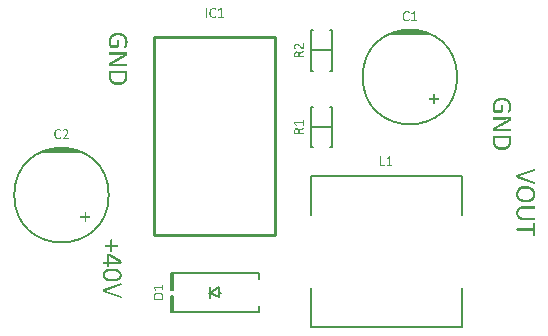
<source format=gto>
G04*
G04 #@! TF.GenerationSoftware,Altium Limited,Altium Designer,21.1.1 (26)*
G04*
G04 Layer_Color=65535*
%FSLAX25Y25*%
%MOIN*%
G70*
G04*
G04 #@! TF.SameCoordinates,9BCB9740-BAEC-44A0-B6CA-C752D964FD41*
G04*
G04*
G04 #@! TF.FilePolarity,Positive*
G04*
G01*
G75*
%ADD10C,0.00787*%
%ADD11C,0.01000*%
%ADD12C,0.00591*%
G36*
X324053Y334154D02*
X324833Y334518D01*
X326461Y335070D01*
X328140Y335443D01*
X329849Y335630D01*
X331568D01*
X333278Y335443D01*
X334957Y335070D01*
X336585Y334518D01*
X337364Y334154D01*
Y334154D01*
X324053Y334154D01*
D02*
G37*
G36*
X440195Y373524D02*
X440974Y373888D01*
X442602Y374441D01*
X444281Y374813D01*
X445991Y375000D01*
X447710D01*
X449419Y374813D01*
X451098Y374441D01*
X452727Y373888D01*
X453506Y373524D01*
Y373524D01*
X440195Y373524D01*
D02*
G37*
G36*
X488394Y328729D02*
X488429Y328717D01*
X488463Y328694D01*
X488475Y328682D01*
X488487Y328660D01*
X488498Y328613D01*
X488510Y328556D01*
Y328533D01*
X488521Y328486D01*
Y328164D01*
X488510Y328095D01*
Y328083D01*
X488498Y328048D01*
X488487Y328014D01*
X488475Y327979D01*
Y327968D01*
X488463Y327956D01*
X488429Y327910D01*
X488417Y327899D01*
X488360Y327864D01*
X483206Y326111D01*
Y326100D01*
X488348Y324405D01*
X488360D01*
X488371Y324393D01*
X488429Y324370D01*
X488441D01*
X488452Y324347D01*
X488475Y324301D01*
Y324290D01*
X488487Y324267D01*
X488498Y324232D01*
X488510Y324174D01*
Y324163D01*
X488521Y324105D01*
Y323863D01*
X488510Y323782D01*
X488498Y323713D01*
Y323702D01*
X488487Y323667D01*
X488475Y323621D01*
X488452Y323598D01*
X488429Y323586D01*
X488406Y323575D01*
X488360D01*
X488348D01*
X488314D01*
X488268Y323598D01*
X488198Y323621D01*
X482514Y325604D01*
X482503D01*
X482491Y325616D01*
X482433Y325662D01*
Y325673D01*
X482410Y325685D01*
X482387Y325754D01*
Y325765D01*
X482376Y325788D01*
Y325846D01*
X482364Y325904D01*
Y325973D01*
X482353Y326042D01*
Y326273D01*
X482364Y326330D01*
Y326377D01*
X482376Y326457D01*
Y326492D01*
X482387Y326561D01*
X482399Y326584D01*
X482410Y326630D01*
X482422Y326642D01*
X482456Y326676D01*
X482479Y326688D01*
X482526Y326699D01*
X488198Y328694D01*
X488221D01*
X488256Y328717D01*
X488314Y328729D01*
X488360Y328740D01*
X488371D01*
X488394Y328729D01*
D02*
G37*
G36*
X485650Y322918D02*
X485823Y322906D01*
X486031Y322883D01*
X486250Y322860D01*
X486480Y322814D01*
X486699Y322756D01*
X486711D01*
X486723Y322745D01*
X486757Y322733D01*
X486803Y322722D01*
X486907Y322687D01*
X487057Y322629D01*
X487207Y322549D01*
X487380Y322468D01*
X487553Y322364D01*
X487714Y322237D01*
X487737Y322226D01*
X487783Y322180D01*
X487852Y322099D01*
X487945Y321995D01*
X488049Y321868D01*
X488152Y321730D01*
X488256Y321557D01*
X488348Y321373D01*
Y321361D01*
X488360Y321349D01*
X488383Y321280D01*
X488417Y321165D01*
X488463Y321015D01*
X488510Y320842D01*
X488544Y320623D01*
X488567Y320392D01*
X488579Y320139D01*
Y320023D01*
X488567Y319897D01*
X488556Y319735D01*
X488533Y319551D01*
X488487Y319355D01*
X488441Y319159D01*
X488371Y318963D01*
Y318951D01*
X488360Y318940D01*
X488337Y318882D01*
X488291Y318790D01*
X488221Y318674D01*
X488129Y318536D01*
X488037Y318398D01*
X487910Y318259D01*
X487772Y318133D01*
X487760Y318121D01*
X487703Y318075D01*
X487622Y318017D01*
X487506Y317948D01*
X487368Y317867D01*
X487207Y317787D01*
X487022Y317706D01*
X486815Y317637D01*
X486803D01*
X486792Y317625D01*
X486757D01*
X486711Y317614D01*
X486596Y317579D01*
X486434Y317545D01*
X486238Y317522D01*
X486019Y317487D01*
X485766Y317475D01*
X485500Y317464D01*
X485489D01*
X485466D01*
X485431D01*
X485373D01*
X485304D01*
X485235Y317475D01*
X485051Y317487D01*
X484843Y317510D01*
X484613Y317545D01*
X484382Y317591D01*
X484151Y317648D01*
X484140D01*
X484128Y317660D01*
X484094Y317671D01*
X484048Y317683D01*
X483944Y317718D01*
X483805Y317775D01*
X483644Y317856D01*
X483471Y317936D01*
X483298Y318040D01*
X483137Y318167D01*
X483114Y318179D01*
X483068Y318225D01*
X482998Y318305D01*
X482906Y318409D01*
X482802Y318536D01*
X482698Y318686D01*
X482595Y318847D01*
X482503Y319043D01*
X482491Y319067D01*
X482468Y319136D01*
X482433Y319239D01*
X482399Y319389D01*
X482353Y319574D01*
X482318Y319781D01*
X482295Y320012D01*
X482283Y320266D01*
Y320381D01*
X482295Y320508D01*
X482306Y320669D01*
X482330Y320854D01*
X482364Y321050D01*
X482410Y321257D01*
X482479Y321453D01*
X482491Y321476D01*
X482514Y321534D01*
X482572Y321626D01*
X482629Y321753D01*
X482722Y321880D01*
X482825Y322018D01*
X482941Y322168D01*
X483079Y322295D01*
X483102Y322306D01*
X483148Y322353D01*
X483229Y322410D01*
X483344Y322479D01*
X483483Y322560D01*
X483656Y322629D01*
X483840Y322710D01*
X484048Y322779D01*
X484059D01*
X484071Y322791D01*
X484105D01*
X484151Y322802D01*
X484278Y322825D01*
X484440Y322848D01*
X484636Y322883D01*
X484866Y322906D01*
X485120Y322918D01*
X485397Y322929D01*
X485408D01*
X485431D01*
X485466D01*
X485523D01*
X485581D01*
X485650Y322918D01*
D02*
G37*
G36*
X488429Y316173D02*
X488441D01*
X488452Y316149D01*
X488475Y316103D01*
Y316092D01*
X488487Y316069D01*
Y316034D01*
X488498Y315988D01*
Y315977D01*
X488510Y315930D01*
X488521Y315861D01*
Y315711D01*
X488510Y315654D01*
X488498Y315596D01*
Y315584D01*
X488487Y315550D01*
Y315504D01*
X488475Y315469D01*
Y315458D01*
X488463Y315446D01*
X488429Y315400D01*
X488417Y315388D01*
X488360Y315377D01*
X484659D01*
X484636D01*
X484589D01*
X484509Y315365D01*
X484405D01*
X484290Y315354D01*
X484163Y315331D01*
X483921Y315273D01*
X483909D01*
X483875Y315250D01*
X483805Y315227D01*
X483736Y315192D01*
X483563Y315112D01*
X483390Y314985D01*
X483379Y314973D01*
X483356Y314950D01*
X483321Y314904D01*
X483275Y314846D01*
X483229Y314777D01*
X483171Y314697D01*
X483079Y314512D01*
Y314501D01*
X483068Y314466D01*
X483044Y314408D01*
X483033Y314328D01*
X483010Y314235D01*
X482987Y314132D01*
X482975Y313890D01*
Y313832D01*
X482987Y313763D01*
Y313670D01*
X482998Y313578D01*
X483021Y313474D01*
X483079Y313255D01*
Y313244D01*
X483102Y313209D01*
X483125Y313163D01*
X483160Y313094D01*
X483252Y312944D01*
X483390Y312794D01*
X483402Y312783D01*
X483425Y312760D01*
X483471Y312725D01*
X483529Y312679D01*
X483609Y312633D01*
X483690Y312587D01*
X483898Y312494D01*
X483909D01*
X483955Y312483D01*
X484013Y312460D01*
X484105Y312437D01*
X484209Y312425D01*
X484336Y312402D01*
X484474Y312391D01*
X484624D01*
X488360D01*
X488371D01*
X488383D01*
X488429Y312379D01*
X488441D01*
X488452Y312356D01*
X488475Y312310D01*
Y312298D01*
X488487Y312275D01*
Y312241D01*
X488498Y312195D01*
Y312183D01*
X488510Y312137D01*
X488521Y312068D01*
Y311918D01*
X488510Y311860D01*
X488498Y311803D01*
Y311791D01*
X488487Y311756D01*
Y311710D01*
X488475Y311676D01*
Y311664D01*
X488463Y311653D01*
X488429Y311607D01*
X488417Y311595D01*
X488360Y311583D01*
X484624D01*
X484613D01*
X484601D01*
X484532D01*
X484428Y311595D01*
X484290Y311607D01*
X484140Y311630D01*
X483978Y311653D01*
X483805Y311699D01*
X483633Y311756D01*
X483609Y311768D01*
X483563Y311791D01*
X483483Y311826D01*
X483379Y311872D01*
X483263Y311941D01*
X483137Y312022D01*
X483010Y312114D01*
X482895Y312218D01*
X482883Y312229D01*
X482848Y312275D01*
X482791Y312333D01*
X482722Y312425D01*
X482652Y312529D01*
X482572Y312656D01*
X482503Y312794D01*
X482433Y312956D01*
X482422Y312979D01*
X482410Y313025D01*
X482387Y313117D01*
X482364Y313232D01*
X482330Y313382D01*
X482306Y313544D01*
X482295Y313740D01*
X482283Y313936D01*
Y314016D01*
X482295Y314120D01*
X482306Y314235D01*
X482318Y314385D01*
X482341Y314535D01*
X482376Y314697D01*
X482422Y314858D01*
X482433Y314881D01*
X482445Y314927D01*
X482479Y315008D01*
X482537Y315100D01*
X482595Y315215D01*
X482676Y315331D01*
X482756Y315458D01*
X482860Y315573D01*
X482871Y315584D01*
X482918Y315619D01*
X482975Y315677D01*
X483056Y315746D01*
X483160Y315815D01*
X483287Y315896D01*
X483425Y315965D01*
X483575Y316034D01*
X483598Y316046D01*
X483656Y316057D01*
X483736Y316080D01*
X483863Y316103D01*
X484001Y316138D01*
X484174Y316161D01*
X484359Y316173D01*
X484566Y316184D01*
X488360D01*
X488371D01*
X488383D01*
X488429Y316173D01*
D02*
G37*
G36*
X488291Y310707D02*
X488302D01*
X488325Y310696D01*
X488360D01*
X488394Y310684D01*
X488406D01*
X488417Y310673D01*
X488463Y310638D01*
Y310627D01*
X488475Y310615D01*
X488487Y310569D01*
Y306291D01*
X488463Y306257D01*
Y306245D01*
X488452Y306234D01*
X488394Y306199D01*
X488383D01*
X488371Y306188D01*
X488337Y306176D01*
X488291Y306164D01*
X488279D01*
X488244Y306153D01*
X488198D01*
X488129D01*
X488118D01*
X488071D01*
X488025D01*
X487968Y306164D01*
X487956D01*
X487933Y306176D01*
X487864Y306199D01*
X487841Y306210D01*
X487806Y306257D01*
Y306268D01*
X487795Y306314D01*
Y308032D01*
X482503D01*
X482491D01*
X482479D01*
X482422Y308055D01*
X482410Y308067D01*
X482387Y308124D01*
Y308136D01*
X482376Y308159D01*
Y308194D01*
X482364Y308251D01*
Y308297D01*
X482353Y308355D01*
Y308563D01*
X482364Y308632D01*
Y308643D01*
X482376Y308678D01*
Y308724D01*
X482387Y308759D01*
Y308770D01*
X482399Y308782D01*
X482422Y308828D01*
X482433D01*
X482445D01*
X482503Y308839D01*
X487795D01*
Y310592D01*
X487806Y310638D01*
X487818Y310650D01*
X487864Y310684D01*
X487876D01*
X487899Y310696D01*
X487968Y310707D01*
X487979D01*
X488014D01*
X488060Y310719D01*
X488129D01*
X488141D01*
X488187D01*
X488233D01*
X488291Y310707D01*
D02*
G37*
G36*
X477672Y352351D02*
X477753D01*
X477926Y352339D01*
X478134Y352305D01*
X478353Y352270D01*
X478572Y352212D01*
X478802Y352143D01*
X478814D01*
X478825Y352132D01*
X478860Y352120D01*
X478906Y352097D01*
X479010Y352051D01*
X479148Y351982D01*
X479310Y351901D01*
X479471Y351797D01*
X479644Y351670D01*
X479806Y351532D01*
X479829Y351509D01*
X479875Y351463D01*
X479944Y351371D01*
X480048Y351255D01*
X480151Y351117D01*
X480255Y350956D01*
X480359Y350771D01*
X480451Y350575D01*
Y350564D01*
X480463Y350552D01*
X480474Y350517D01*
X480486Y350471D01*
X480520Y350356D01*
X480567Y350206D01*
X480613Y350022D01*
X480647Y349814D01*
X480670Y349584D01*
X480682Y349330D01*
Y349203D01*
X480670Y349122D01*
Y349019D01*
X480659Y348915D01*
X480613Y348684D01*
Y348673D01*
X480601Y348626D01*
X480589Y348569D01*
X480578Y348500D01*
X480532Y348315D01*
X480474Y348131D01*
Y348119D01*
X480463Y348085D01*
X480440Y348050D01*
X480417Y347992D01*
X480359Y347854D01*
X480290Y347727D01*
Y347716D01*
X480278Y347704D01*
X480232Y347635D01*
X480186Y347566D01*
X480140Y347508D01*
X480128Y347497D01*
X480105Y347474D01*
X480059Y347450D01*
X480001Y347427D01*
X479990Y347416D01*
X479944Y347404D01*
X479863Y347393D01*
X479759D01*
X479748D01*
X479713D01*
X479667D01*
X479609Y347404D01*
X479598D01*
X479575Y347416D01*
X479494Y347439D01*
X479483D01*
X479471Y347450D01*
X479425Y347485D01*
Y347497D01*
X479414Y347543D01*
Y347554D01*
X479425Y347589D01*
X479448Y347646D01*
X479494Y347739D01*
X479506Y347762D01*
X479552Y347831D01*
X479621Y347946D01*
X479690Y348096D01*
Y348108D01*
X479713Y348131D01*
X479736Y348177D01*
X479759Y348246D01*
X479794Y348327D01*
X479829Y348407D01*
X479863Y348511D01*
X479898Y348626D01*
Y348638D01*
X479909Y348684D01*
X479932Y348742D01*
X479944Y348834D01*
X479967Y348938D01*
X479978Y349065D01*
X479990Y349203D01*
Y349434D01*
X479978Y349537D01*
X479967Y349653D01*
X479944Y349802D01*
X479909Y349952D01*
X479863Y350114D01*
X479806Y350264D01*
X479794Y350275D01*
X479771Y350333D01*
X479725Y350402D01*
X479667Y350494D01*
X479598Y350598D01*
X479506Y350713D01*
X479402Y350829D01*
X479287Y350944D01*
X479275Y350956D01*
X479229Y350990D01*
X479160Y351036D01*
X479068Y351105D01*
X478952Y351175D01*
X478825Y351244D01*
X478676Y351313D01*
X478514Y351371D01*
X478491D01*
X478433Y351394D01*
X478341Y351417D01*
X478226Y351440D01*
X478076Y351463D01*
X477915Y351486D01*
X477742Y351497D01*
X477546Y351509D01*
X477534D01*
X477523D01*
X477488D01*
X477442D01*
X477338Y351497D01*
X477200Y351486D01*
X477027Y351474D01*
X476854Y351440D01*
X476669Y351405D01*
X476496Y351348D01*
X476473Y351336D01*
X476427Y351313D01*
X476335Y351278D01*
X476231Y351232D01*
X476116Y351163D01*
X475989Y351094D01*
X475862Y351002D01*
X475735Y350898D01*
X475724Y350886D01*
X475689Y350852D01*
X475632Y350783D01*
X475562Y350702D01*
X475482Y350610D01*
X475401Y350494D01*
X475332Y350356D01*
X475263Y350218D01*
X475251Y350195D01*
X475240Y350148D01*
X475216Y350068D01*
X475194Y349952D01*
X475159Y349826D01*
X475136Y349676D01*
X475124Y349503D01*
X475113Y349330D01*
Y349226D01*
X475124Y349157D01*
Y349065D01*
X475136Y348972D01*
X475170Y348765D01*
Y348753D01*
X475182Y348719D01*
X475205Y348661D01*
X475228Y348580D01*
X475251Y348500D01*
X475286Y348407D01*
X475378Y348211D01*
X477165D01*
Y349653D01*
X477177Y349687D01*
X477200Y349722D01*
X477234Y349756D01*
X477246D01*
X477292Y349768D01*
X477373Y349780D01*
X477488Y349791D01*
X477499D01*
X477546D01*
X477592D01*
X477638D01*
X477649D01*
X477672Y349780D01*
X477707Y349768D01*
X477742Y349756D01*
X477753D01*
X477765Y349745D01*
X477811Y349710D01*
Y349699D01*
X477822Y349687D01*
X477834Y349641D01*
Y347658D01*
X477811Y347600D01*
Y347589D01*
X477799Y347566D01*
X477753Y347508D01*
X477742Y347497D01*
X477730Y347485D01*
X477696Y347462D01*
X477649Y347439D01*
X477638Y347427D01*
X477603Y347416D01*
X477557Y347404D01*
X477499D01*
X475170D01*
X475147D01*
X475101D01*
X475032Y347427D01*
X474963Y347450D01*
X474951Y347462D01*
X474905Y347485D01*
X474859Y347543D01*
X474801Y347635D01*
Y347646D01*
X474790Y347658D01*
X474778Y347692D01*
X474755Y347727D01*
X474709Y347842D01*
X474652Y347992D01*
Y348004D01*
X474640Y348027D01*
X474628Y348073D01*
X474606Y348119D01*
X474559Y348269D01*
X474513Y348430D01*
Y348442D01*
X474502Y348465D01*
Y348511D01*
X474490Y348580D01*
X474467Y348730D01*
X474444Y348903D01*
Y348938D01*
X474433Y348984D01*
Y349042D01*
X474421Y349191D01*
X474409Y349364D01*
Y349480D01*
X474421Y349549D01*
Y349618D01*
X474433Y349791D01*
X474467Y349987D01*
X474502Y350206D01*
X474559Y350425D01*
X474628Y350644D01*
Y350656D01*
X474640Y350667D01*
X474675Y350736D01*
X474721Y350840D01*
X474790Y350967D01*
X474882Y351117D01*
X474986Y351267D01*
X475113Y351428D01*
X475251Y351578D01*
X475274Y351590D01*
X475320Y351636D01*
X475413Y351705D01*
X475528Y351797D01*
X475666Y351889D01*
X475828Y351982D01*
X476012Y352085D01*
X476220Y352166D01*
X476231D01*
X476243Y352178D01*
X476277Y352189D01*
X476323Y352201D01*
X476439Y352224D01*
X476589Y352258D01*
X476773Y352305D01*
X476992Y352328D01*
X477234Y352351D01*
X477488Y352362D01*
X477499D01*
X477523D01*
X477557D01*
X477615D01*
X477672Y352351D01*
D02*
G37*
G36*
X480347Y345871D02*
X480440Y345836D01*
X480520Y345779D01*
X480532Y345756D01*
X480567Y345709D01*
X480589Y345640D01*
X480601Y345548D01*
Y345064D01*
X480589Y344994D01*
X480567Y344914D01*
Y344902D01*
X480543Y344856D01*
X480520Y344810D01*
X480486Y344752D01*
X480474Y344741D01*
X480451Y344706D01*
X480405Y344660D01*
X480336Y344602D01*
X480324Y344591D01*
X480278Y344556D01*
X480197Y344510D01*
X480105Y344453D01*
X477419Y343011D01*
X477407Y343000D01*
X477373Y342988D01*
X477326Y342965D01*
X477269Y342931D01*
X477107Y342850D01*
X476934Y342758D01*
X476923Y342746D01*
X476900Y342735D01*
X476854Y342712D01*
X476796Y342677D01*
X476646Y342596D01*
X476473Y342516D01*
X476462D01*
X476439Y342493D01*
X476393Y342470D01*
X476335Y342446D01*
X476197Y342366D01*
X476035Y342285D01*
X476024D01*
X476001Y342262D01*
X475954Y342239D01*
X475897Y342216D01*
X475758Y342147D01*
X475597Y342066D01*
Y342054D01*
X475609D01*
X475666D01*
X475735D01*
X475828D01*
X475943Y342066D01*
X476081D01*
X476369D01*
X476393D01*
X476439D01*
X476519D01*
X476623D01*
X476739D01*
X476865D01*
X477142D01*
X480451D01*
X480463D01*
X480474D01*
X480509Y342054D01*
X480520D01*
X480532Y342031D01*
X480567Y341985D01*
Y341974D01*
X480578Y341951D01*
X480589Y341916D01*
X480601Y341870D01*
Y341858D01*
X480613Y341812D01*
Y341535D01*
X480601Y341478D01*
Y341466D01*
X480589Y341432D01*
X480578Y341386D01*
X480567Y341351D01*
Y341339D01*
X480555Y341328D01*
X480509Y341282D01*
X480497Y341270D01*
X480451Y341259D01*
X474824D01*
X474813D01*
X474767D01*
X474721Y341270D01*
X474663Y341293D01*
X474652Y341305D01*
X474628Y341316D01*
X474548Y341386D01*
Y341397D01*
X474525Y341420D01*
X474513Y341455D01*
X474490Y341501D01*
Y341535D01*
X474479Y341616D01*
Y341962D01*
X474490Y342031D01*
X474502Y342112D01*
Y342124D01*
X474525Y342170D01*
X474548Y342227D01*
X474594Y342297D01*
X474606Y342308D01*
X474640Y342343D01*
X474698Y342400D01*
X474778Y342458D01*
X474790D01*
X474801Y342470D01*
X474871Y342516D01*
X474963Y342573D01*
X475090Y342642D01*
X478560Y344522D01*
X478572Y344533D01*
X478606Y344545D01*
X478664Y344568D01*
X478733Y344614D01*
X478814Y344649D01*
X478906Y344706D01*
X479114Y344810D01*
X479125Y344822D01*
X479160Y344833D01*
X479229Y344868D01*
X479298Y344902D01*
X479390Y344948D01*
X479483Y344994D01*
X479690Y345087D01*
Y345098D01*
X479679D01*
X479633D01*
X479563D01*
X479483Y345087D01*
X479379D01*
X479252D01*
X478998D01*
X478987D01*
X478941D01*
X478872D01*
X478779Y345075D01*
X478676D01*
X478560D01*
X478295D01*
X474617D01*
X474594D01*
X474548Y345098D01*
X474525Y345110D01*
X474502Y345167D01*
Y345179D01*
X474490Y345202D01*
Y345237D01*
X474479Y345294D01*
Y345340D01*
X474467Y345410D01*
Y345617D01*
X474479Y345686D01*
Y345698D01*
X474490Y345721D01*
X474502Y345802D01*
Y345813D01*
X474513Y345825D01*
X474548Y345871D01*
X474559D01*
X474571D01*
X474617Y345882D01*
X480244D01*
X480255D01*
X480278D01*
X480347Y345871D01*
D02*
G37*
G36*
X480370Y339621D02*
X480451Y339598D01*
X480520Y339541D01*
X480532Y339529D01*
X480567Y339483D01*
X480589Y339414D01*
X480601Y339333D01*
Y337811D01*
X480589Y337754D01*
Y337673D01*
X480578Y337489D01*
X480555Y337269D01*
X480509Y337050D01*
X480463Y336820D01*
X480394Y336612D01*
Y336601D01*
X480382Y336589D01*
X480359Y336520D01*
X480313Y336416D01*
X480244Y336289D01*
X480151Y336139D01*
X480059Y335990D01*
X479932Y335840D01*
X479794Y335690D01*
X479782Y335678D01*
X479725Y335632D01*
X479644Y335563D01*
X479540Y335482D01*
X479402Y335390D01*
X479241Y335298D01*
X479056Y335206D01*
X478860Y335125D01*
X478849D01*
X478837Y335113D01*
X478802Y335102D01*
X478768Y335090D01*
X478652Y335067D01*
X478503Y335021D01*
X478318Y334986D01*
X478111Y334963D01*
X477880Y334940D01*
X477626Y334929D01*
X477615D01*
X477592D01*
X477546D01*
X477488D01*
X477419Y334940D01*
X477350D01*
X477154Y334952D01*
X476934Y334975D01*
X476704Y335021D01*
X476473Y335067D01*
X476243Y335136D01*
X476231D01*
X476220Y335148D01*
X476151Y335171D01*
X476035Y335217D01*
X475897Y335286D01*
X475747Y335379D01*
X475586Y335471D01*
X475413Y335598D01*
X475263Y335736D01*
X475251Y335748D01*
X475194Y335805D01*
X475124Y335886D01*
X475044Y336001D01*
X474951Y336139D01*
X474848Y336301D01*
X474755Y336485D01*
X474675Y336693D01*
Y336704D01*
X474663Y336716D01*
Y336751D01*
X474652Y336797D01*
X474617Y336912D01*
X474582Y337073D01*
X474548Y337269D01*
X474525Y337500D01*
X474502Y337754D01*
X474490Y338042D01*
Y339356D01*
X474502Y339403D01*
X474525Y339472D01*
X474559Y339541D01*
X474571Y339552D01*
X474617Y339587D01*
X474698Y339621D01*
X474813Y339633D01*
X480267D01*
X480278D01*
X480301D01*
X480370Y339621D01*
D02*
G37*
G36*
X347440Y305107D02*
X347451D01*
X347475Y305095D01*
X347509Y305072D01*
X347544Y305061D01*
X347555D01*
X347567Y305049D01*
X347613Y305014D01*
Y305003D01*
X347624Y304991D01*
X347636Y304945D01*
Y303389D01*
X349342D01*
X349354D01*
X349365D01*
X349412Y303377D01*
X349423D01*
X349435Y303365D01*
X349458Y303319D01*
Y303308D01*
X349469Y303285D01*
X349481Y303250D01*
X349492Y303204D01*
Y303193D01*
X349504Y303158D01*
X349515Y303112D01*
Y302985D01*
X349504Y302927D01*
X349492Y302870D01*
Y302858D01*
X349481Y302835D01*
X349469Y302801D01*
X349458Y302766D01*
Y302754D01*
X349446Y302743D01*
X349412Y302708D01*
X349388Y302697D01*
X349342Y302685D01*
X347636D01*
Y301106D01*
X347613Y301071D01*
Y301060D01*
X347601Y301048D01*
X347544Y301013D01*
X347532Y301002D01*
X347521Y300990D01*
X347486Y300979D01*
X347440Y300967D01*
X347428D01*
X347405Y300956D01*
X347348D01*
X347290D01*
X347278D01*
X347232D01*
X347186Y300967D01*
X347129Y300979D01*
X347117D01*
X347094Y300990D01*
X347025Y301013D01*
X347002Y301025D01*
X346967Y301071D01*
Y301094D01*
X346956Y301140D01*
Y302685D01*
X345238D01*
X345226D01*
X345215D01*
X345168Y302708D01*
X345157Y302720D01*
X345122Y302766D01*
Y302778D01*
X345111Y302789D01*
Y302824D01*
X345099Y302870D01*
Y302916D01*
X345088Y302974D01*
Y303147D01*
X345099Y303204D01*
Y303216D01*
X345111Y303239D01*
X345122Y303319D01*
X345134Y303343D01*
X345168Y303377D01*
X345192D01*
X345238Y303389D01*
X346956D01*
Y304957D01*
X346967Y305014D01*
X346979Y305026D01*
X347025Y305061D01*
X347036D01*
X347059Y305072D01*
X347129Y305107D01*
X347140D01*
X347175D01*
X347221Y305118D01*
X347290D01*
X347302D01*
X347348D01*
X347394D01*
X347440Y305107D01*
D02*
G37*
G36*
X346633Y300379D02*
X346644D01*
X346667Y300368D01*
X346737Y300333D01*
X346748D01*
X346771Y300322D01*
X346817Y300299D01*
X346863Y300275D01*
X350576Y298096D01*
X350588D01*
X350599Y298073D01*
X350634Y298027D01*
X350645Y298016D01*
X350657Y297993D01*
X350668Y297958D01*
X350680Y297912D01*
Y297900D01*
X350691Y297854D01*
X350703Y297797D01*
X350714Y297727D01*
Y297704D01*
X350726Y297658D01*
Y297393D01*
X350714Y297301D01*
X350703Y297208D01*
Y297185D01*
X350691Y297139D01*
X350680Y297082D01*
X350668Y297024D01*
Y297012D01*
X350657Y296978D01*
X350645Y296943D01*
X350622Y296909D01*
Y296897D01*
X350611Y296886D01*
X350588Y296874D01*
X350553Y296863D01*
X346656D01*
Y296171D01*
X346644Y296136D01*
X346621Y296090D01*
X346564Y296056D01*
X346552Y296044D01*
X346506Y296021D01*
X346425Y296009D01*
X346322Y295998D01*
X346310D01*
X346298D01*
X346229D01*
X346148Y296021D01*
X346068Y296044D01*
X346056Y296056D01*
X346033Y296079D01*
X345999Y296125D01*
X345987Y296182D01*
Y296863D01*
X344696D01*
X344673D01*
X344626Y296886D01*
X344615Y296897D01*
X344592Y296955D01*
Y296966D01*
X344580Y296989D01*
Y297024D01*
X344569Y297082D01*
Y297139D01*
X344557Y297197D01*
Y297405D01*
X344569Y297474D01*
Y297485D01*
X344580Y297520D01*
Y297566D01*
X344592Y297601D01*
Y297612D01*
X344603Y297624D01*
X344615Y297647D01*
X344626Y297658D01*
X344638D01*
X344650D01*
X344696Y297670D01*
X345987D01*
Y300218D01*
X345999Y300275D01*
X346010Y300299D01*
X346045Y300345D01*
X346056D01*
X346079Y300356D01*
X346114Y300368D01*
X346160Y300379D01*
X346172D01*
X346206D01*
X346264Y300391D01*
X346344D01*
X346356D01*
X346391D01*
X346437D01*
X346494D01*
X346506D01*
X346540D01*
X346633Y300379D01*
D02*
G37*
G36*
X347867Y295375D02*
X348039D01*
X348235Y295364D01*
X348454Y295341D01*
X348674Y295318D01*
X348893Y295283D01*
X348904D01*
X348916Y295271D01*
X348950D01*
X348996Y295260D01*
X349100Y295237D01*
X349238Y295191D01*
X349400Y295145D01*
X349561Y295075D01*
X349734Y295006D01*
X349896Y294914D01*
X349919Y294902D01*
X349965Y294868D01*
X350046Y294810D01*
X350138Y294730D01*
X350242Y294637D01*
X350357Y294522D01*
X350461Y294395D01*
X350553Y294245D01*
X350565Y294222D01*
X350588Y294165D01*
X350622Y294084D01*
X350668Y293957D01*
X350714Y293807D01*
X350749Y293634D01*
X350772Y293438D01*
X350784Y293219D01*
Y293115D01*
X350772Y293012D01*
X350761Y292873D01*
X350737Y292723D01*
X350691Y292562D01*
X350645Y292389D01*
X350576Y292239D01*
X350565Y292216D01*
X350541Y292170D01*
X350484Y292101D01*
X350426Y292008D01*
X350334Y291916D01*
X350230Y291801D01*
X350103Y291697D01*
X349965Y291605D01*
X349942Y291593D01*
X349896Y291570D01*
X349815Y291524D01*
X349700Y291467D01*
X349550Y291409D01*
X349388Y291351D01*
X349192Y291305D01*
X348985Y291259D01*
X348973D01*
X348962D01*
X348927Y291248D01*
X348881D01*
X348754Y291225D01*
X348593Y291201D01*
X348397Y291190D01*
X348178Y291167D01*
X347924Y291155D01*
X347647D01*
X347636D01*
X347613D01*
X347578D01*
X347532D01*
X347463D01*
X347394D01*
X347221Y291167D01*
X347025Y291178D01*
X346806Y291201D01*
X346356Y291271D01*
X346344D01*
X346333D01*
X346264Y291294D01*
X346148Y291317D01*
X346010Y291363D01*
X345860Y291409D01*
X345687Y291478D01*
X345514Y291547D01*
X345353Y291639D01*
X345330Y291651D01*
X345284Y291686D01*
X345215Y291743D01*
X345122Y291824D01*
X345019Y291916D01*
X344903Y292032D01*
X344799Y292170D01*
X344707Y292320D01*
X344696Y292343D01*
X344673Y292389D01*
X344638Y292481D01*
X344603Y292608D01*
X344557Y292758D01*
X344523Y292931D01*
X344500Y293127D01*
X344488Y293346D01*
Y293438D01*
X344500Y293553D01*
X344511Y293680D01*
X344534Y293830D01*
X344569Y293992D01*
X344615Y294165D01*
X344684Y294315D01*
X344696Y294326D01*
X344719Y294384D01*
X344776Y294453D01*
X344834Y294545D01*
X344926Y294637D01*
X345030Y294753D01*
X345145Y294856D01*
X345284Y294949D01*
X345307Y294960D01*
X345353Y294983D01*
X345445Y295029D01*
X345561Y295087D01*
X345699Y295145D01*
X345872Y295191D01*
X346068Y295248D01*
X346275Y295294D01*
X346287D01*
X346298D01*
X346333Y295306D01*
X346379D01*
X346506Y295318D01*
X346667Y295341D01*
X346863Y295352D01*
X347082Y295375D01*
X347336Y295387D01*
X347613D01*
X347624D01*
X347647D01*
X347682D01*
X347728D01*
X347797D01*
X347867Y295375D01*
D02*
G37*
G36*
X350599Y290659D02*
X350634Y290648D01*
X350668Y290625D01*
X350680Y290613D01*
X350691Y290590D01*
X350703Y290544D01*
X350714Y290487D01*
Y290463D01*
X350726Y290417D01*
Y290094D01*
X350714Y290025D01*
Y290014D01*
X350703Y289979D01*
X350691Y289945D01*
X350680Y289910D01*
Y289898D01*
X350668Y289887D01*
X350634Y289841D01*
X350622Y289829D01*
X350565Y289795D01*
X345411Y288042D01*
Y288031D01*
X350553Y286336D01*
X350565D01*
X350576Y286324D01*
X350634Y286301D01*
X350645D01*
X350657Y286278D01*
X350680Y286232D01*
Y286220D01*
X350691Y286197D01*
X350703Y286163D01*
X350714Y286105D01*
Y286094D01*
X350726Y286036D01*
Y285794D01*
X350714Y285713D01*
X350703Y285644D01*
Y285632D01*
X350691Y285598D01*
X350680Y285552D01*
X350657Y285529D01*
X350634Y285517D01*
X350611Y285506D01*
X350565D01*
X350553D01*
X350518D01*
X350472Y285529D01*
X350403Y285552D01*
X344719Y287535D01*
X344707D01*
X344696Y287546D01*
X344638Y287593D01*
Y287604D01*
X344615Y287616D01*
X344592Y287685D01*
Y287696D01*
X344580Y287719D01*
Y287777D01*
X344569Y287835D01*
Y287904D01*
X344557Y287973D01*
Y288204D01*
X344569Y288261D01*
Y288307D01*
X344580Y288388D01*
Y288423D01*
X344592Y288492D01*
X344603Y288515D01*
X344615Y288561D01*
X344626Y288573D01*
X344661Y288607D01*
X344684Y288619D01*
X344730Y288630D01*
X350403Y290625D01*
X350426D01*
X350461Y290648D01*
X350518Y290659D01*
X350565Y290671D01*
X350576D01*
X350599Y290659D01*
D02*
G37*
G36*
X349720Y374004D02*
X349800D01*
X349973Y373993D01*
X350181Y373958D01*
X350400Y373923D01*
X350619Y373866D01*
X350850Y373797D01*
X350861D01*
X350873Y373785D01*
X350907Y373774D01*
X350953Y373750D01*
X351057Y373704D01*
X351196Y373635D01*
X351357Y373554D01*
X351518Y373451D01*
X351691Y373324D01*
X351853Y373186D01*
X351876Y373163D01*
X351922Y373116D01*
X351991Y373024D01*
X352095Y372909D01*
X352199Y372771D01*
X352302Y372609D01*
X352406Y372425D01*
X352498Y372229D01*
Y372217D01*
X352510Y372205D01*
X352521Y372171D01*
X352533Y372125D01*
X352568Y372009D01*
X352614Y371860D01*
X352660Y371675D01*
X352694Y371468D01*
X352717Y371237D01*
X352729Y370983D01*
Y370856D01*
X352717Y370776D01*
Y370672D01*
X352706Y370568D01*
X352660Y370338D01*
Y370326D01*
X352648Y370280D01*
X352637Y370222D01*
X352625Y370153D01*
X352579Y369969D01*
X352521Y369784D01*
Y369773D01*
X352510Y369738D01*
X352487Y369704D01*
X352464Y369646D01*
X352406Y369508D01*
X352337Y369381D01*
Y369369D01*
X352326Y369358D01*
X352279Y369288D01*
X352233Y369219D01*
X352187Y369162D01*
X352176Y369150D01*
X352152Y369127D01*
X352106Y369104D01*
X352049Y369081D01*
X352037Y369069D01*
X351991Y369058D01*
X351910Y369046D01*
X351807D01*
X351795D01*
X351761D01*
X351714D01*
X351657Y369058D01*
X351645D01*
X351622Y369069D01*
X351541Y369092D01*
X351530D01*
X351518Y369104D01*
X351472Y369139D01*
Y369150D01*
X351461Y369196D01*
Y369208D01*
X351472Y369242D01*
X351495Y369300D01*
X351541Y369392D01*
X351553Y369415D01*
X351599Y369484D01*
X351668Y369600D01*
X351737Y369750D01*
Y369761D01*
X351761Y369784D01*
X351784Y369830D01*
X351807Y369900D01*
X351841Y369980D01*
X351876Y370061D01*
X351910Y370165D01*
X351945Y370280D01*
Y370291D01*
X351957Y370338D01*
X351980Y370395D01*
X351991Y370488D01*
X352014Y370591D01*
X352026Y370718D01*
X352037Y370856D01*
Y371087D01*
X352026Y371191D01*
X352014Y371306D01*
X351991Y371456D01*
X351957Y371606D01*
X351910Y371767D01*
X351853Y371917D01*
X351841Y371929D01*
X351818Y371987D01*
X351772Y372056D01*
X351714Y372148D01*
X351645Y372252D01*
X351553Y372367D01*
X351449Y372482D01*
X351334Y372598D01*
X351322Y372609D01*
X351276Y372644D01*
X351207Y372690D01*
X351115Y372759D01*
X350999Y372828D01*
X350873Y372897D01*
X350723Y372967D01*
X350561Y373024D01*
X350538D01*
X350481Y373047D01*
X350388Y373070D01*
X350273Y373093D01*
X350123Y373116D01*
X349962Y373139D01*
X349789Y373151D01*
X349593Y373163D01*
X349581D01*
X349570D01*
X349535D01*
X349489D01*
X349385Y373151D01*
X349247Y373139D01*
X349074Y373128D01*
X348901Y373093D01*
X348717Y373059D01*
X348544Y373001D01*
X348521Y372990D01*
X348474Y372967D01*
X348382Y372932D01*
X348278Y372886D01*
X348163Y372817D01*
X348036Y372747D01*
X347909Y372655D01*
X347783Y372551D01*
X347771Y372540D01*
X347737Y372505D01*
X347679Y372436D01*
X347610Y372355D01*
X347529Y372263D01*
X347448Y372148D01*
X347379Y372009D01*
X347310Y371871D01*
X347298Y371848D01*
X347287Y371802D01*
X347264Y371721D01*
X347241Y371606D01*
X347206Y371479D01*
X347183Y371329D01*
X347171Y371156D01*
X347160Y370983D01*
Y370880D01*
X347171Y370810D01*
Y370718D01*
X347183Y370626D01*
X347218Y370418D01*
Y370407D01*
X347229Y370372D01*
X347252Y370315D01*
X347275Y370234D01*
X347298Y370153D01*
X347333Y370061D01*
X347425Y369865D01*
X349212D01*
Y371306D01*
X349224Y371341D01*
X349247Y371375D01*
X349282Y371410D01*
X349293D01*
X349339Y371422D01*
X349420Y371433D01*
X349535Y371445D01*
X349547D01*
X349593D01*
X349639D01*
X349685D01*
X349697D01*
X349720Y371433D01*
X349754Y371422D01*
X349789Y371410D01*
X349800D01*
X349812Y371398D01*
X349858Y371364D01*
Y371352D01*
X349870Y371341D01*
X349881Y371295D01*
Y369311D01*
X349858Y369254D01*
Y369242D01*
X349847Y369219D01*
X349800Y369162D01*
X349789Y369150D01*
X349777Y369139D01*
X349743Y369115D01*
X349697Y369092D01*
X349685Y369081D01*
X349651Y369069D01*
X349604Y369058D01*
X349547D01*
X347218D01*
X347195D01*
X347148D01*
X347079Y369081D01*
X347010Y369104D01*
X346999Y369115D01*
X346953Y369139D01*
X346906Y369196D01*
X346849Y369288D01*
Y369300D01*
X346837Y369311D01*
X346826Y369346D01*
X346803Y369381D01*
X346757Y369496D01*
X346699Y369646D01*
Y369657D01*
X346687Y369681D01*
X346676Y369727D01*
X346653Y369773D01*
X346607Y369923D01*
X346561Y370084D01*
Y370095D01*
X346549Y370119D01*
Y370165D01*
X346537Y370234D01*
X346514Y370384D01*
X346491Y370557D01*
Y370591D01*
X346480Y370637D01*
Y370695D01*
X346468Y370845D01*
X346457Y371018D01*
Y371133D01*
X346468Y371202D01*
Y371272D01*
X346480Y371445D01*
X346514Y371640D01*
X346549Y371860D01*
X346607Y372079D01*
X346676Y372298D01*
Y372309D01*
X346687Y372321D01*
X346722Y372390D01*
X346768Y372494D01*
X346837Y372621D01*
X346929Y372771D01*
X347033Y372920D01*
X347160Y373082D01*
X347298Y373232D01*
X347321Y373243D01*
X347368Y373289D01*
X347460Y373358D01*
X347575Y373451D01*
X347713Y373543D01*
X347875Y373635D01*
X348059Y373739D01*
X348267Y373820D01*
X348278D01*
X348290Y373831D01*
X348324Y373843D01*
X348371Y373854D01*
X348486Y373877D01*
X348636Y373912D01*
X348820Y373958D01*
X349039Y373981D01*
X349282Y374004D01*
X349535Y374016D01*
X349547D01*
X349570D01*
X349604D01*
X349662D01*
X349720Y374004D01*
D02*
G37*
G36*
X352395Y367524D02*
X352487Y367490D01*
X352568Y367432D01*
X352579Y367409D01*
X352614Y367363D01*
X352637Y367294D01*
X352648Y367201D01*
Y366717D01*
X352637Y366648D01*
X352614Y366567D01*
Y366556D01*
X352591Y366510D01*
X352568Y366464D01*
X352533Y366406D01*
X352521Y366394D01*
X352498Y366360D01*
X352452Y366314D01*
X352383Y366256D01*
X352372Y366245D01*
X352326Y366210D01*
X352245Y366164D01*
X352152Y366106D01*
X349466Y364665D01*
X349454Y364653D01*
X349420Y364642D01*
X349374Y364619D01*
X349316Y364584D01*
X349155Y364504D01*
X348982Y364411D01*
X348970Y364400D01*
X348947Y364388D01*
X348901Y364365D01*
X348843Y364331D01*
X348693Y364250D01*
X348521Y364169D01*
X348509D01*
X348486Y364146D01*
X348440Y364123D01*
X348382Y364100D01*
X348244Y364019D01*
X348082Y363938D01*
X348071D01*
X348048Y363915D01*
X348002Y363892D01*
X347944Y363869D01*
X347806Y363800D01*
X347644Y363719D01*
Y363708D01*
X347656D01*
X347713D01*
X347783D01*
X347875D01*
X347990Y363719D01*
X348129D01*
X348417D01*
X348440D01*
X348486D01*
X348567D01*
X348670D01*
X348786D01*
X348913D01*
X349189D01*
X352498D01*
X352510D01*
X352521D01*
X352556Y363708D01*
X352568D01*
X352579Y363685D01*
X352614Y363639D01*
Y363627D01*
X352625Y363604D01*
X352637Y363569D01*
X352648Y363523D01*
Y363512D01*
X352660Y363466D01*
Y363189D01*
X352648Y363131D01*
Y363120D01*
X352637Y363085D01*
X352625Y363039D01*
X352614Y363005D01*
Y362993D01*
X352602Y362982D01*
X352556Y362935D01*
X352544Y362924D01*
X352498Y362912D01*
X346872D01*
X346860D01*
X346814D01*
X346768Y362924D01*
X346710Y362947D01*
X346699Y362959D01*
X346676Y362970D01*
X346595Y363039D01*
Y363051D01*
X346572Y363074D01*
X346561Y363108D01*
X346537Y363155D01*
Y363189D01*
X346526Y363270D01*
Y363616D01*
X346537Y363685D01*
X346549Y363766D01*
Y363777D01*
X346572Y363823D01*
X346595Y363881D01*
X346641Y363950D01*
X346653Y363962D01*
X346687Y363996D01*
X346745Y364054D01*
X346826Y364111D01*
X346837D01*
X346849Y364123D01*
X346918Y364169D01*
X347010Y364227D01*
X347137Y364296D01*
X350607Y366175D01*
X350619Y366187D01*
X350654Y366198D01*
X350711Y366221D01*
X350780Y366268D01*
X350861Y366302D01*
X350953Y366360D01*
X351161Y366464D01*
X351172Y366475D01*
X351207Y366487D01*
X351276Y366521D01*
X351345Y366556D01*
X351438Y366602D01*
X351530Y366648D01*
X351737Y366740D01*
Y366752D01*
X351726D01*
X351680D01*
X351611D01*
X351530Y366740D01*
X351426D01*
X351299D01*
X351046D01*
X351034D01*
X350988D01*
X350919D01*
X350827Y366729D01*
X350723D01*
X350607D01*
X350342D01*
X346664D01*
X346641D01*
X346595Y366752D01*
X346572Y366763D01*
X346549Y366821D01*
Y366832D01*
X346537Y366856D01*
Y366890D01*
X346526Y366948D01*
Y366994D01*
X346514Y367063D01*
Y367271D01*
X346526Y367340D01*
Y367351D01*
X346537Y367374D01*
X346549Y367455D01*
Y367467D01*
X346561Y367478D01*
X346595Y367524D01*
X346607D01*
X346618D01*
X346664Y367536D01*
X352291D01*
X352302D01*
X352326D01*
X352395Y367524D01*
D02*
G37*
G36*
X352418Y361275D02*
X352498Y361252D01*
X352568Y361194D01*
X352579Y361183D01*
X352614Y361137D01*
X352637Y361068D01*
X352648Y360987D01*
Y359465D01*
X352637Y359407D01*
Y359327D01*
X352625Y359142D01*
X352602Y358923D01*
X352556Y358704D01*
X352510Y358473D01*
X352441Y358266D01*
Y358254D01*
X352429Y358243D01*
X352406Y358173D01*
X352360Y358070D01*
X352291Y357943D01*
X352199Y357793D01*
X352106Y357643D01*
X351980Y357493D01*
X351841Y357343D01*
X351830Y357332D01*
X351772Y357286D01*
X351691Y357217D01*
X351588Y357136D01*
X351449Y357044D01*
X351288Y356951D01*
X351103Y356859D01*
X350907Y356778D01*
X350896D01*
X350884Y356767D01*
X350850Y356755D01*
X350815Y356744D01*
X350700Y356721D01*
X350550Y356675D01*
X350365Y356640D01*
X350158Y356617D01*
X349927Y356594D01*
X349674Y356582D01*
X349662D01*
X349639D01*
X349593D01*
X349535D01*
X349466Y356594D01*
X349397D01*
X349201Y356605D01*
X348982Y356628D01*
X348751Y356675D01*
X348521Y356721D01*
X348290Y356790D01*
X348278D01*
X348267Y356801D01*
X348198Y356824D01*
X348082Y356871D01*
X347944Y356940D01*
X347794Y357032D01*
X347633Y357124D01*
X347460Y357251D01*
X347310Y357389D01*
X347298Y357401D01*
X347241Y357459D01*
X347171Y357539D01*
X347091Y357655D01*
X346999Y357793D01*
X346895Y357954D01*
X346803Y358139D01*
X346722Y358347D01*
Y358358D01*
X346710Y358369D01*
Y358404D01*
X346699Y358450D01*
X346664Y358565D01*
X346630Y358727D01*
X346595Y358923D01*
X346572Y359154D01*
X346549Y359407D01*
X346537Y359696D01*
Y361010D01*
X346549Y361056D01*
X346572Y361125D01*
X346607Y361194D01*
X346618Y361206D01*
X346664Y361241D01*
X346745Y361275D01*
X346860Y361287D01*
X352314D01*
X352326D01*
X352348D01*
X352418Y361275D01*
D02*
G37*
G36*
X455135Y352169D02*
X456509D01*
Y351585D01*
X455135D01*
Y350210D01*
X454559D01*
Y351585D01*
X453176D01*
Y352169D01*
X454559D01*
Y353543D01*
X455135D01*
Y352169D01*
D02*
G37*
G36*
X338993Y312799D02*
X340368D01*
Y312215D01*
X338993D01*
Y310840D01*
X338417D01*
Y312215D01*
X337035D01*
Y312799D01*
X338417D01*
Y314173D01*
X338993D01*
Y312799D01*
D02*
G37*
G36*
X411365Y370499D02*
X411395Y370493D01*
X411402D01*
X411414Y370486D01*
X411457Y370474D01*
X411463D01*
X411469Y370468D01*
X411494Y370449D01*
Y370437D01*
X411500Y370406D01*
Y368586D01*
X411494Y368543D01*
Y368537D01*
X411488Y368531D01*
X411469Y368494D01*
X411463D01*
X411451Y368481D01*
X411432Y368475D01*
X411408Y368469D01*
X411402D01*
X411383D01*
X411352Y368463D01*
X411315D01*
X411303D01*
X411285D01*
X411254D01*
X411223D01*
X411217D01*
X411199Y368469D01*
X411162Y368481D01*
X411156D01*
X411143Y368488D01*
X411100Y368512D01*
X411094Y368518D01*
X411082Y368524D01*
X411039Y368561D01*
X410368Y369219D01*
X410356Y369232D01*
X410331Y369256D01*
X410282Y369299D01*
X410227Y369349D01*
X410165Y369404D01*
X410092Y369465D01*
X410024Y369521D01*
X409950Y369576D01*
X409944Y369582D01*
X409919Y369601D01*
X409882Y369625D01*
X409839Y369656D01*
X409790Y369693D01*
X409735Y369730D01*
X409673Y369761D01*
X409618Y369791D01*
X409612Y369797D01*
X409593Y369804D01*
X409563Y369816D01*
X409526Y369834D01*
X409434Y369865D01*
X409341Y369890D01*
X409335D01*
X409323Y369896D01*
X409298D01*
X409268Y369902D01*
X409194Y369908D01*
X409114Y369914D01*
X409108D01*
X409095D01*
X409071D01*
X409046Y369908D01*
X408979Y369902D01*
X408905Y369877D01*
X408898D01*
X408886Y369871D01*
X408868Y369865D01*
X408843Y369853D01*
X408788Y369816D01*
X408733Y369767D01*
X408726D01*
X408720Y369754D01*
X408689Y369718D01*
X408653Y369668D01*
X408616Y369595D01*
Y369588D01*
X408609Y369576D01*
X408603Y369551D01*
X408591Y369527D01*
X408585Y369490D01*
X408579Y369447D01*
X408573Y369355D01*
Y369299D01*
X408579Y369262D01*
X408591Y369170D01*
X408616Y369072D01*
Y369066D01*
X408622Y369053D01*
X408634Y369029D01*
X408646Y368998D01*
X408677Y368924D01*
X408714Y368850D01*
Y368844D01*
X408720Y368838D01*
X408745Y368795D01*
X408776Y368746D01*
X408806Y368690D01*
X408812Y368678D01*
X408825Y368654D01*
X408837Y368623D01*
X408843Y368598D01*
Y368586D01*
X408837Y368561D01*
X408831Y368555D01*
X408806Y368537D01*
X408800D01*
X408788Y368531D01*
X408769D01*
X408745Y368524D01*
X408739D01*
X408720D01*
X408689D01*
X408653D01*
X408646D01*
X408628D01*
X408591D01*
X408585D01*
X408573D01*
X408542Y368531D01*
X408536D01*
X408530Y368537D01*
X408505Y368549D01*
X408499D01*
X408493Y368561D01*
X408462Y368586D01*
X408456Y368592D01*
X408443Y368611D01*
X408419Y368641D01*
X408388Y368690D01*
Y368697D01*
X408382Y368703D01*
X408370Y368721D01*
X408363Y368746D01*
X408333Y368807D01*
X408302Y368881D01*
Y368887D01*
X408296Y368900D01*
X408284Y368924D01*
X408271Y368955D01*
X408259Y368992D01*
X408247Y369035D01*
X408222Y369127D01*
Y369133D01*
X408216Y369152D01*
X408210Y369176D01*
X408204Y369213D01*
Y369256D01*
X408197Y369305D01*
X408191Y369410D01*
Y369453D01*
X408197Y369496D01*
Y369551D01*
X408210Y369619D01*
X408222Y369687D01*
X408234Y369761D01*
X408259Y369828D01*
Y369834D01*
X408271Y369859D01*
X408284Y369890D01*
X408308Y369933D01*
X408363Y370031D01*
X408443Y370124D01*
X408450Y370130D01*
X408462Y370142D01*
X408487Y370166D01*
X408523Y370191D01*
X408560Y370216D01*
X408609Y370247D01*
X408714Y370296D01*
X408720D01*
X408739Y370308D01*
X408769Y370314D01*
X408812Y370326D01*
X408862Y370339D01*
X408917Y370345D01*
X409040Y370357D01*
X409046D01*
X409065D01*
X409101D01*
X409138Y370351D01*
X409188D01*
X409237Y370345D01*
X409354Y370326D01*
X409360D01*
X409378Y370320D01*
X409409Y370314D01*
X409452Y370302D01*
X409501Y370283D01*
X409557Y370259D01*
X409686Y370203D01*
X409692Y370197D01*
X409717Y370185D01*
X409753Y370166D01*
X409803Y370142D01*
X409864Y370105D01*
X409932Y370056D01*
X410006Y370007D01*
X410085Y369945D01*
X410098Y369939D01*
X410122Y369914D01*
X410172Y369877D01*
X410233Y369828D01*
X410307Y369767D01*
X410393Y369687D01*
X410491Y369601D01*
X410596Y369502D01*
X411131Y368986D01*
Y370419D01*
X411143Y370443D01*
Y370449D01*
X411149Y370456D01*
X411180Y370474D01*
X411186D01*
X411199Y370480D01*
X411217Y370486D01*
X411242Y370493D01*
X411248D01*
X411260Y370499D01*
X411285Y370505D01*
X411315D01*
X411322D01*
X411340D01*
X411365Y370499D01*
D02*
G37*
G36*
X411475Y367959D02*
X411482Y367952D01*
X411488Y367946D01*
X411494Y367928D01*
Y367922D01*
X411500Y367910D01*
Y367885D01*
X411506Y367854D01*
Y367823D01*
X411512Y367787D01*
Y367670D01*
X411506Y367633D01*
Y367627D01*
X411500Y367608D01*
Y367583D01*
X411494Y367565D01*
Y367559D01*
X411488Y367553D01*
X411463Y367522D01*
X411457D01*
X411451Y367516D01*
X411414Y367503D01*
X410645Y367202D01*
X410639D01*
X410621Y367190D01*
X410596Y367184D01*
X410565Y367165D01*
X410491Y367134D01*
X410405Y367091D01*
X410399D01*
X410387Y367079D01*
X410368Y367067D01*
X410338Y367055D01*
X410282Y367011D01*
X410221Y366956D01*
X410215Y366950D01*
X410209Y366944D01*
X410190Y366926D01*
X410178Y366901D01*
X410135Y366845D01*
X410098Y366772D01*
Y366765D01*
X410092Y366753D01*
X410079Y366729D01*
X410073Y366704D01*
X410061Y366667D01*
X410055Y366624D01*
X410049Y366519D01*
Y366231D01*
X411432D01*
X411439D01*
X411445D01*
X411475Y366218D01*
X411482Y366212D01*
X411494Y366181D01*
Y366175D01*
X411500Y366163D01*
Y366144D01*
X411506Y366114D01*
Y366089D01*
X411512Y366058D01*
Y365941D01*
X411506Y365905D01*
Y365898D01*
X411500Y365886D01*
X411494Y365843D01*
Y365837D01*
X411488Y365831D01*
X411475Y365806D01*
X411469D01*
X411463D01*
X411432Y365800D01*
X408419D01*
X408413D01*
X408400D01*
X408363Y365806D01*
X408320Y365818D01*
X408284Y365849D01*
X408277Y365855D01*
X408259Y365880D01*
X408247Y365917D01*
X408241Y365960D01*
Y366722D01*
X408247Y366784D01*
X408253Y366852D01*
Y366864D01*
X408259Y366901D01*
Y366950D01*
X408265Y367005D01*
Y367011D01*
X408271Y367036D01*
X408277Y367073D01*
X408290Y367116D01*
X408302Y367165D01*
X408320Y367221D01*
X408370Y367337D01*
Y367344D01*
X408382Y367362D01*
X408394Y367387D01*
X408419Y367424D01*
X408474Y367503D01*
X408548Y367583D01*
X408554Y367590D01*
X408566Y367602D01*
X408591Y367620D01*
X408616Y367639D01*
X408653Y367664D01*
X408696Y367688D01*
X408794Y367731D01*
X408800D01*
X408819Y367737D01*
X408849Y367750D01*
X408886Y367756D01*
X408929Y367768D01*
X408985Y367774D01*
X409101Y367780D01*
X409108D01*
X409132D01*
X409163D01*
X409200Y367774D01*
X409298Y367762D01*
X409397Y367731D01*
X409403D01*
X409421Y367725D01*
X409446Y367713D01*
X409477Y367700D01*
X409551Y367657D01*
X409630Y367602D01*
X409636Y367596D01*
X409649Y367590D01*
X409667Y367571D01*
X409686Y367547D01*
X409747Y367485D01*
X409803Y367405D01*
Y367399D01*
X409815Y367387D01*
X409827Y367362D01*
X409846Y367331D01*
X409864Y367288D01*
X409882Y367245D01*
X409926Y367147D01*
Y367153D01*
X409932Y367159D01*
X409950Y367196D01*
X409975Y367239D01*
X410012Y367288D01*
Y367295D01*
X410024Y367301D01*
X410049Y367331D01*
X410092Y367368D01*
X410141Y367411D01*
X410147D01*
X410153Y367424D01*
X410190Y367448D01*
X410245Y367485D01*
X410313Y367522D01*
X410319D01*
X410331Y367528D01*
X410350Y367541D01*
X410374Y367553D01*
X410448Y367583D01*
X410534Y367620D01*
X411254Y367916D01*
X411260D01*
X411266Y367922D01*
X411303Y367934D01*
X411340Y367952D01*
X411377Y367959D01*
X411383D01*
X411395Y367965D01*
X411414Y367971D01*
X411432D01*
X411439D01*
X411445D01*
X411475Y367959D01*
D02*
G37*
G36*
X411383Y344905D02*
X411414Y344899D01*
X411420D01*
X411432Y344893D01*
X411469Y344880D01*
X411482Y344874D01*
X411494Y344849D01*
Y344843D01*
X411500Y344819D01*
Y343103D01*
X411494Y343078D01*
X411488Y343072D01*
X411469Y343054D01*
X411463D01*
X411451Y343047D01*
X411414Y343035D01*
X411408D01*
X411389D01*
X411365Y343029D01*
X411328D01*
X411322D01*
X411303D01*
X411254Y343035D01*
X411248D01*
X411236Y343041D01*
X411217Y343047D01*
X411199Y343054D01*
X411193D01*
X411186Y343060D01*
X411162Y343078D01*
Y343084D01*
X411156Y343091D01*
X411149Y343115D01*
Y343798D01*
X408671D01*
X409046Y343164D01*
X409052Y343158D01*
X409065Y343140D01*
X409077Y343115D01*
X409083Y343091D01*
Y343072D01*
X409071Y343041D01*
X409065D01*
X409058Y343035D01*
X409040Y343029D01*
X409015Y343023D01*
X409009D01*
X408991D01*
X408960Y343017D01*
X408917D01*
X408911D01*
X408892D01*
X408843D01*
X408837D01*
X408825Y343023D01*
X408794Y343029D01*
X408788D01*
X408782Y343035D01*
X408763Y343047D01*
X408757Y343054D01*
X408751Y343060D01*
X408733Y343084D01*
X408247Y343835D01*
X408241Y343841D01*
Y343865D01*
X408234Y343871D01*
X408228Y343896D01*
Y343902D01*
X408222Y343915D01*
Y343958D01*
X408216Y343970D01*
Y344093D01*
X408222Y344124D01*
Y344130D01*
X408228Y344148D01*
X408234Y344167D01*
X408241Y344185D01*
Y344191D01*
X408247Y344198D01*
X408253Y344210D01*
X408259Y344216D01*
X408265Y344222D01*
X408290Y344228D01*
X411149D01*
Y344831D01*
X411162Y344855D01*
Y344862D01*
X411168Y344868D01*
X411199Y344880D01*
X411205D01*
X411211Y344886D01*
X411229Y344893D01*
X411254Y344899D01*
X411260D01*
X411272Y344905D01*
X411297Y344911D01*
X411328D01*
X411334D01*
X411359D01*
X411383Y344905D01*
D02*
G37*
G36*
X411475Y342359D02*
X411482Y342353D01*
X411488Y342346D01*
X411494Y342328D01*
Y342322D01*
X411500Y342309D01*
Y342285D01*
X411506Y342254D01*
Y342223D01*
X411512Y342186D01*
Y342070D01*
X411506Y342033D01*
Y342026D01*
X411500Y342008D01*
Y341984D01*
X411494Y341965D01*
Y341959D01*
X411488Y341953D01*
X411463Y341922D01*
X411457D01*
X411451Y341916D01*
X411414Y341903D01*
X410645Y341602D01*
X410639D01*
X410621Y341590D01*
X410596Y341584D01*
X410565Y341565D01*
X410491Y341534D01*
X410405Y341492D01*
X410399D01*
X410387Y341479D01*
X410368Y341467D01*
X410338Y341455D01*
X410282Y341411D01*
X410221Y341356D01*
X410215Y341350D01*
X410209Y341344D01*
X410190Y341325D01*
X410178Y341301D01*
X410135Y341246D01*
X410098Y341172D01*
Y341165D01*
X410092Y341153D01*
X410079Y341129D01*
X410073Y341104D01*
X410061Y341067D01*
X410055Y341024D01*
X410049Y340919D01*
Y340631D01*
X411432D01*
X411439D01*
X411445D01*
X411475Y340618D01*
X411482Y340612D01*
X411494Y340581D01*
Y340575D01*
X411500Y340563D01*
Y340544D01*
X411506Y340514D01*
Y340489D01*
X411512Y340458D01*
Y340341D01*
X411506Y340305D01*
Y340298D01*
X411500Y340286D01*
X411494Y340243D01*
Y340237D01*
X411488Y340231D01*
X411475Y340206D01*
X411469D01*
X411463D01*
X411432Y340200D01*
X408419D01*
X408413D01*
X408400D01*
X408363Y340206D01*
X408320Y340218D01*
X408284Y340249D01*
X408277Y340255D01*
X408259Y340280D01*
X408247Y340317D01*
X408241Y340360D01*
Y341123D01*
X408247Y341184D01*
X408253Y341252D01*
Y341264D01*
X408259Y341301D01*
Y341350D01*
X408265Y341405D01*
Y341411D01*
X408271Y341436D01*
X408277Y341473D01*
X408290Y341516D01*
X408302Y341565D01*
X408320Y341621D01*
X408370Y341738D01*
Y341744D01*
X408382Y341762D01*
X408394Y341787D01*
X408419Y341824D01*
X408474Y341903D01*
X408548Y341984D01*
X408554Y341990D01*
X408566Y342002D01*
X408591Y342020D01*
X408616Y342039D01*
X408653Y342063D01*
X408696Y342088D01*
X408794Y342131D01*
X408800D01*
X408819Y342137D01*
X408849Y342149D01*
X408886Y342156D01*
X408929Y342168D01*
X408985Y342174D01*
X409101Y342180D01*
X409108D01*
X409132D01*
X409163D01*
X409200Y342174D01*
X409298Y342162D01*
X409397Y342131D01*
X409403D01*
X409421Y342125D01*
X409446Y342113D01*
X409477Y342100D01*
X409551Y342057D01*
X409630Y342002D01*
X409636Y341996D01*
X409649Y341990D01*
X409667Y341971D01*
X409686Y341947D01*
X409747Y341885D01*
X409803Y341805D01*
Y341799D01*
X409815Y341787D01*
X409827Y341762D01*
X409846Y341731D01*
X409864Y341688D01*
X409882Y341645D01*
X409926Y341547D01*
Y341553D01*
X409932Y341559D01*
X409950Y341596D01*
X409975Y341639D01*
X410012Y341688D01*
Y341694D01*
X410024Y341701D01*
X410049Y341731D01*
X410092Y341768D01*
X410141Y341811D01*
X410147D01*
X410153Y341824D01*
X410190Y341848D01*
X410245Y341885D01*
X410313Y341922D01*
X410319D01*
X410331Y341928D01*
X410350Y341940D01*
X410374Y341953D01*
X410448Y341984D01*
X410534Y342020D01*
X411254Y342316D01*
X411260D01*
X411266Y342322D01*
X411303Y342334D01*
X411340Y342353D01*
X411377Y342359D01*
X411383D01*
X411395Y342365D01*
X411414Y342371D01*
X411432D01*
X411439D01*
X411445D01*
X411475Y342359D01*
D02*
G37*
G36*
X440190Y332778D02*
X440196D01*
X440215Y332772D01*
X440233Y332766D01*
X440252Y332759D01*
X440258D01*
X440264Y332753D01*
X440276Y332747D01*
X440282Y332741D01*
X440289Y332735D01*
X440295Y332710D01*
Y329851D01*
X440898D01*
X440922Y329838D01*
X440928D01*
X440934Y329832D01*
X440947Y329801D01*
Y329795D01*
X440953Y329789D01*
X440959Y329771D01*
X440965Y329746D01*
Y329740D01*
X440971Y329728D01*
X440977Y329703D01*
Y329672D01*
Y329666D01*
Y329641D01*
X440971Y329617D01*
X440965Y329586D01*
Y329580D01*
X440959Y329568D01*
X440947Y329531D01*
X440941Y329518D01*
X440916Y329506D01*
X440910D01*
X440885Y329500D01*
X439169D01*
X439145Y329506D01*
X439139Y329512D01*
X439120Y329531D01*
Y329537D01*
X439114Y329549D01*
X439102Y329586D01*
Y329592D01*
Y329611D01*
X439096Y329635D01*
Y329672D01*
Y329678D01*
Y329697D01*
X439102Y329746D01*
Y329752D01*
X439108Y329764D01*
X439114Y329783D01*
X439120Y329801D01*
Y329807D01*
X439126Y329814D01*
X439145Y329838D01*
X439151D01*
X439157Y329844D01*
X439182Y329851D01*
X439864D01*
Y332329D01*
X439231Y331954D01*
X439225Y331948D01*
X439206Y331935D01*
X439182Y331923D01*
X439157Y331917D01*
X439139D01*
X439108Y331929D01*
Y331935D01*
X439102Y331942D01*
X439096Y331960D01*
X439089Y331985D01*
Y331991D01*
Y332009D01*
X439083Y332040D01*
Y332083D01*
Y332089D01*
Y332108D01*
Y332157D01*
Y332163D01*
X439089Y332175D01*
X439096Y332206D01*
Y332212D01*
X439102Y332218D01*
X439114Y332237D01*
X439120Y332243D01*
X439126Y332249D01*
X439151Y332267D01*
X439901Y332753D01*
X439907Y332759D01*
X439932D01*
X439938Y332766D01*
X439963Y332772D01*
X439969D01*
X439981Y332778D01*
X440024D01*
X440036Y332784D01*
X440160D01*
X440190Y332778D01*
D02*
G37*
G36*
X437183Y332772D02*
X437214Y332766D01*
X437220D01*
X437238Y332759D01*
X437263D01*
X437281Y332753D01*
X437287D01*
X437294Y332747D01*
X437318Y332729D01*
X437324Y332723D01*
X437330Y332692D01*
Y329875D01*
X438511D01*
X438536Y329863D01*
X438542D01*
X438548Y329857D01*
X438567Y329826D01*
Y329820D01*
X438573Y329814D01*
X438579Y329795D01*
X438585Y329771D01*
Y329764D01*
X438591Y329746D01*
Y329721D01*
Y329684D01*
Y329678D01*
Y329654D01*
Y329629D01*
X438585Y329598D01*
Y329592D01*
X438579Y329580D01*
X438567Y329543D01*
Y329537D01*
X438560Y329531D01*
X438536Y329506D01*
X438530D01*
X438499Y329500D01*
X437048D01*
X437023Y329506D01*
X436986Y329518D01*
X436949Y329537D01*
X436943Y329543D01*
X436925Y329568D01*
X436906Y329611D01*
X436900Y329672D01*
Y332692D01*
Y332698D01*
Y332704D01*
X436906Y332729D01*
Y332735D01*
X436918Y332741D01*
X436943Y332753D01*
X436949D01*
X436962Y332759D01*
X436980D01*
X437011Y332766D01*
X437017D01*
X437041Y332772D01*
X437072Y332778D01*
X437152D01*
X437183Y332772D01*
D02*
G37*
G36*
X381526Y382296D02*
X381612Y382290D01*
X381711Y382272D01*
X381717D01*
X381735Y382266D01*
X381760Y382259D01*
X381790Y382253D01*
X381870Y382235D01*
X381957Y382204D01*
X381963D01*
X381975Y382198D01*
X382000Y382192D01*
X382024Y382180D01*
X382092Y382149D01*
X382159Y382112D01*
X382166D01*
X382172Y382106D01*
X382209Y382081D01*
X382252Y382057D01*
X382282Y382032D01*
X382289Y382026D01*
X382301Y382014D01*
X382319Y382001D01*
X382326Y381983D01*
X382332Y381970D01*
X382344Y381940D01*
Y381934D01*
X382350Y381921D01*
Y381903D01*
X382356Y381878D01*
Y381872D01*
X382362Y381860D01*
Y381835D01*
Y381804D01*
Y381798D01*
Y381774D01*
Y381749D01*
X382356Y381718D01*
Y381712D01*
X382350Y381700D01*
X382338Y381657D01*
Y381651D01*
X382332Y381645D01*
X382313Y381620D01*
X382307D01*
X382282Y381614D01*
X382276D01*
X382258Y381620D01*
X382227Y381632D01*
X382184Y381657D01*
X382172Y381663D01*
X382141Y381688D01*
X382086Y381724D01*
X382018Y381768D01*
X382012D01*
X382000Y381780D01*
X381981Y381792D01*
X381950Y381804D01*
X381913Y381823D01*
X381877Y381841D01*
X381778Y381878D01*
X381772D01*
X381754Y381884D01*
X381723Y381897D01*
X381680Y381903D01*
X381631Y381915D01*
X381575Y381921D01*
X381508Y381927D01*
X381397D01*
X381354Y381921D01*
X381305Y381915D01*
X381243Y381903D01*
X381175Y381891D01*
X381108Y381866D01*
X381040Y381835D01*
X381034Y381829D01*
X381010Y381817D01*
X380979Y381798D01*
X380936Y381774D01*
X380887Y381737D01*
X380837Y381688D01*
X380782Y381638D01*
X380733Y381577D01*
X380727Y381571D01*
X380714Y381546D01*
X380690Y381509D01*
X380665Y381466D01*
X380634Y381405D01*
X380604Y381331D01*
X380573Y381251D01*
X380542Y381165D01*
Y381153D01*
X380530Y381122D01*
X380524Y381073D01*
X380511Y381005D01*
X380499Y380925D01*
X380487Y380833D01*
X380481Y380728D01*
X380474Y380611D01*
Y380605D01*
Y380599D01*
Y380580D01*
Y380556D01*
X380481Y380501D01*
Y380427D01*
X380487Y380341D01*
X380499Y380248D01*
X380518Y380150D01*
X380536Y380058D01*
X380542Y380046D01*
X380548Y380021D01*
X380567Y379972D01*
X380585Y379916D01*
X380610Y379855D01*
X380647Y379787D01*
X380683Y379719D01*
X380727Y379658D01*
X380733Y379652D01*
X380751Y379633D01*
X380776Y379603D01*
X380813Y379566D01*
X380856Y379529D01*
X380911Y379492D01*
X380973Y379449D01*
X381034Y379418D01*
X381040Y379412D01*
X381065Y379406D01*
X381102Y379394D01*
X381157Y379381D01*
X381219Y379363D01*
X381286Y379351D01*
X381366Y379344D01*
X381446Y379338D01*
X381514D01*
X381563Y379344D01*
X381618Y379351D01*
X381674Y379357D01*
X381784Y379381D01*
X381790D01*
X381809Y379387D01*
X381834Y379400D01*
X381870Y379412D01*
X381950Y379449D01*
X382030Y379486D01*
X382036D01*
X382049Y379498D01*
X382067Y379510D01*
X382092Y379523D01*
X382147Y379560D01*
X382203Y379596D01*
X382209D01*
X382215Y379603D01*
X382239Y379621D01*
X382276Y379640D01*
X382307Y379646D01*
X382319D01*
X382338Y379633D01*
X382344Y379627D01*
X382350Y379621D01*
X382356Y379603D01*
Y379596D01*
X382362Y379590D01*
Y379572D01*
X382369Y379547D01*
Y379541D01*
X382375Y379523D01*
Y379492D01*
Y379449D01*
Y379443D01*
Y379424D01*
X382369Y379381D01*
Y379375D01*
Y379363D01*
X382362Y379326D01*
Y379320D01*
X382356Y379314D01*
X382344Y379283D01*
X382338Y379271D01*
X382326Y379258D01*
X382307Y379240D01*
X382301Y379234D01*
X382282Y379221D01*
X382252Y379197D01*
X382203Y379166D01*
X382196D01*
X382190Y379160D01*
X382172Y379148D01*
X382147Y379135D01*
X382086Y379105D01*
X382000Y379068D01*
X381993D01*
X381981Y379062D01*
X381957Y379049D01*
X381920Y379037D01*
X381883Y379025D01*
X381834Y379012D01*
X381729Y378988D01*
X381723D01*
X381704Y378982D01*
X381674Y378975D01*
X381631D01*
X381581Y378969D01*
X381520Y378963D01*
X381391Y378957D01*
X381335D01*
X381274Y378963D01*
X381200Y378969D01*
X381108Y378982D01*
X381010Y379000D01*
X380911Y379025D01*
X380813Y379062D01*
X380800Y379068D01*
X380770Y379080D01*
X380727Y379105D01*
X380665Y379141D01*
X380597Y379185D01*
X380524Y379234D01*
X380450Y379295D01*
X380382Y379369D01*
X380376Y379381D01*
X380351Y379406D01*
X380321Y379449D01*
X380284Y379510D01*
X380235Y379584D01*
X380191Y379670D01*
X380149Y379769D01*
X380105Y379879D01*
Y379886D01*
X380099Y379892D01*
Y379910D01*
X380093Y379935D01*
X380075Y379996D01*
X380062Y380082D01*
X380044Y380187D01*
X380026Y380310D01*
X380019Y380439D01*
X380013Y380587D01*
Y380593D01*
Y380605D01*
Y380624D01*
Y380654D01*
X380019Y380691D01*
Y380734D01*
X380026Y380826D01*
X380038Y380943D01*
X380056Y381060D01*
X380081Y381183D01*
X380112Y381306D01*
Y381312D01*
X380118Y381319D01*
X380124Y381337D01*
X380130Y381362D01*
X380155Y381417D01*
X380185Y381497D01*
X380228Y381577D01*
X380278Y381669D01*
X380339Y381761D01*
X380407Y381847D01*
X380413Y381860D01*
X380444Y381884D01*
X380481Y381921D01*
X380536Y381970D01*
X380597Y382026D01*
X380677Y382081D01*
X380764Y382137D01*
X380856Y382186D01*
X380862D01*
X380868Y382192D01*
X380905Y382204D01*
X380954Y382223D01*
X381028Y382247D01*
X381114Y382266D01*
X381212Y382284D01*
X381323Y382296D01*
X381440Y382303D01*
X381489D01*
X381526Y382296D01*
D02*
G37*
G36*
X384066Y382278D02*
X384072D01*
X384091Y382272D01*
X384109Y382266D01*
X384127Y382259D01*
X384134D01*
X384140Y382253D01*
X384152Y382247D01*
X384158Y382241D01*
X384164Y382235D01*
X384171Y382210D01*
Y379351D01*
X384773D01*
X384798Y379338D01*
X384804D01*
X384810Y379332D01*
X384822Y379301D01*
Y379295D01*
X384829Y379289D01*
X384835Y379271D01*
X384841Y379246D01*
Y379240D01*
X384847Y379228D01*
X384853Y379203D01*
Y379172D01*
Y379166D01*
Y379141D01*
X384847Y379117D01*
X384841Y379086D01*
Y379080D01*
X384835Y379068D01*
X384822Y379031D01*
X384816Y379018D01*
X384792Y379006D01*
X384786D01*
X384761Y379000D01*
X383045D01*
X383020Y379006D01*
X383014Y379012D01*
X382996Y379031D01*
Y379037D01*
X382990Y379049D01*
X382977Y379086D01*
Y379092D01*
Y379111D01*
X382971Y379135D01*
Y379172D01*
Y379178D01*
Y379197D01*
X382977Y379246D01*
Y379252D01*
X382984Y379264D01*
X382990Y379283D01*
X382996Y379301D01*
Y379308D01*
X383002Y379314D01*
X383020Y379338D01*
X383027D01*
X383033Y379344D01*
X383057Y379351D01*
X383740D01*
Y381829D01*
X383107Y381454D01*
X383101Y381448D01*
X383082Y381435D01*
X383057Y381423D01*
X383033Y381417D01*
X383014D01*
X382984Y381429D01*
Y381435D01*
X382977Y381442D01*
X382971Y381460D01*
X382965Y381485D01*
Y381491D01*
Y381509D01*
X382959Y381540D01*
Y381583D01*
Y381589D01*
Y381608D01*
Y381657D01*
Y381663D01*
X382965Y381675D01*
X382971Y381706D01*
Y381712D01*
X382977Y381718D01*
X382990Y381737D01*
X382996Y381743D01*
X383002Y381749D01*
X383027Y381768D01*
X383777Y382253D01*
X383783Y382259D01*
X383808D01*
X383814Y382266D01*
X383839Y382272D01*
X383845D01*
X383857Y382278D01*
X383900D01*
X383912Y382284D01*
X384035D01*
X384066Y382278D01*
D02*
G37*
G36*
X379183Y382272D02*
X379214Y382266D01*
X379220D01*
X379238Y382259D01*
X379263D01*
X379281Y382253D01*
X379287D01*
X379294Y382247D01*
X379318Y382229D01*
X379324Y382223D01*
X379330Y382192D01*
Y379068D01*
Y379062D01*
Y379055D01*
X379318Y379025D01*
X379312Y379018D01*
X379281Y379006D01*
X379275D01*
X379263Y379000D01*
X379244D01*
X379214Y378994D01*
X379189D01*
X379158Y378988D01*
X379048D01*
X379011Y378994D01*
X379005D01*
X378986Y379000D01*
X378961D01*
X378943Y379006D01*
X378937D01*
X378931Y379012D01*
X378906Y379025D01*
Y379031D01*
Y379037D01*
X378900Y379068D01*
Y382192D01*
Y382198D01*
Y382204D01*
X378906Y382229D01*
Y382235D01*
X378918Y382241D01*
X378943Y382253D01*
X378949D01*
X378961Y382259D01*
X378986D01*
X379011Y382266D01*
X379017D01*
X379041Y382272D01*
X379072Y382278D01*
X379152D01*
X379183Y382272D01*
D02*
G37*
G36*
X364583Y289974D02*
X364614Y289968D01*
X364620D01*
X364632Y289962D01*
X364669Y289949D01*
X364682Y289943D01*
X364694Y289918D01*
Y289912D01*
X364700Y289888D01*
Y288172D01*
X364694Y288147D01*
X364688Y288141D01*
X364669Y288123D01*
X364663D01*
X364651Y288116D01*
X364614Y288104D01*
X364608D01*
X364589D01*
X364565Y288098D01*
X364528D01*
X364522D01*
X364503D01*
X364454Y288104D01*
X364448D01*
X364436Y288110D01*
X364417Y288116D01*
X364399Y288123D01*
X364392D01*
X364386Y288129D01*
X364362Y288147D01*
Y288153D01*
X364356Y288159D01*
X364349Y288184D01*
Y288867D01*
X361871D01*
X362246Y288233D01*
X362252Y288227D01*
X362265Y288209D01*
X362277Y288184D01*
X362283Y288159D01*
Y288141D01*
X362271Y288110D01*
X362265D01*
X362258Y288104D01*
X362240Y288098D01*
X362215Y288092D01*
X362209D01*
X362191D01*
X362160Y288086D01*
X362117D01*
X362111D01*
X362092D01*
X362043D01*
X362037D01*
X362025Y288092D01*
X361994Y288098D01*
X361988D01*
X361982Y288104D01*
X361963Y288116D01*
X361957Y288123D01*
X361951Y288129D01*
X361932Y288153D01*
X361447Y288904D01*
X361440Y288910D01*
Y288934D01*
X361434Y288941D01*
X361428Y288965D01*
Y288971D01*
X361422Y288984D01*
Y289027D01*
X361416Y289039D01*
Y289162D01*
X361422Y289193D01*
Y289199D01*
X361428Y289217D01*
X361434Y289236D01*
X361440Y289254D01*
Y289260D01*
X361447Y289266D01*
X361453Y289279D01*
X361459Y289285D01*
X361465Y289291D01*
X361490Y289297D01*
X364349D01*
Y289900D01*
X364362Y289925D01*
Y289931D01*
X364368Y289937D01*
X364399Y289949D01*
X364405D01*
X364411Y289955D01*
X364429Y289962D01*
X364454Y289968D01*
X364460D01*
X364472Y289974D01*
X364497Y289980D01*
X364528D01*
X364534D01*
X364559D01*
X364583Y289974D01*
D02*
G37*
G36*
X363138Y287403D02*
X363175D01*
X363279Y287397D01*
X363396Y287385D01*
X363519Y287360D01*
X363642Y287335D01*
X363765Y287298D01*
X363771D01*
X363777Y287292D01*
X363814Y287280D01*
X363876Y287256D01*
X363950Y287219D01*
X364030Y287169D01*
X364116Y287120D01*
X364208Y287052D01*
X364288Y286979D01*
X364294Y286973D01*
X364325Y286942D01*
X364362Y286899D01*
X364405Y286837D01*
X364454Y286764D01*
X364509Y286677D01*
X364559Y286579D01*
X364602Y286468D01*
Y286462D01*
X364608Y286456D01*
Y286438D01*
X364614Y286413D01*
X364632Y286351D01*
X364651Y286265D01*
X364669Y286161D01*
X364682Y286038D01*
X364694Y285902D01*
X364700Y285749D01*
Y285048D01*
X364694Y285023D01*
X364682Y284986D01*
X364663Y284949D01*
X364657Y284943D01*
X364632Y284925D01*
X364589Y284906D01*
X364528Y284900D01*
X361619D01*
X361613D01*
X361600D01*
X361563Y284906D01*
X361520Y284918D01*
X361484Y284949D01*
X361477Y284955D01*
X361459Y284980D01*
X361447Y285017D01*
X361440Y285060D01*
Y285872D01*
X361447Y285902D01*
Y285946D01*
X361453Y286044D01*
X361465Y286161D01*
X361490Y286278D01*
X361514Y286401D01*
X361551Y286511D01*
Y286518D01*
X361557Y286524D01*
X361570Y286561D01*
X361594Y286616D01*
X361631Y286684D01*
X361680Y286764D01*
X361730Y286843D01*
X361797Y286923D01*
X361871Y287003D01*
X361877Y287010D01*
X361908Y287034D01*
X361951Y287071D01*
X362006Y287114D01*
X362080Y287163D01*
X362166Y287212D01*
X362265Y287262D01*
X362369Y287305D01*
X362375D01*
X362381Y287311D01*
X362400Y287317D01*
X362418Y287323D01*
X362480Y287335D01*
X362560Y287360D01*
X362658Y287379D01*
X362769Y287391D01*
X362892Y287403D01*
X363027Y287409D01*
X363033D01*
X363046D01*
X363070D01*
X363101D01*
X363138Y287403D01*
D02*
G37*
G36*
X329813Y341896D02*
X329899Y341890D01*
X329997Y341872D01*
X330003D01*
X330022Y341866D01*
X330047Y341860D01*
X330077Y341853D01*
X330157Y341835D01*
X330243Y341804D01*
X330250D01*
X330262Y341798D01*
X330287Y341792D01*
X330311Y341780D01*
X330379Y341749D01*
X330446Y341712D01*
X330452D01*
X330459Y341706D01*
X330496Y341681D01*
X330539Y341657D01*
X330569Y341632D01*
X330575Y341626D01*
X330588Y341614D01*
X330606Y341601D01*
X330612Y341583D01*
X330619Y341570D01*
X330631Y341540D01*
Y341534D01*
X330637Y341521D01*
Y341503D01*
X330643Y341478D01*
Y341472D01*
X330649Y341460D01*
Y341435D01*
Y341404D01*
Y341398D01*
Y341374D01*
Y341349D01*
X330643Y341318D01*
Y341312D01*
X330637Y341300D01*
X330625Y341257D01*
Y341251D01*
X330619Y341245D01*
X330600Y341220D01*
X330594D01*
X330569Y341214D01*
X330563D01*
X330545Y341220D01*
X330514Y341232D01*
X330471Y341257D01*
X330459Y341263D01*
X330428Y341288D01*
X330373Y341324D01*
X330305Y341368D01*
X330299D01*
X330287Y341380D01*
X330268Y341392D01*
X330237Y341404D01*
X330200Y341423D01*
X330164Y341441D01*
X330065Y341478D01*
X330059D01*
X330041Y341484D01*
X330010Y341497D01*
X329967Y341503D01*
X329918Y341515D01*
X329862Y341521D01*
X329795Y341527D01*
X329684D01*
X329641Y341521D01*
X329591Y341515D01*
X329530Y341503D01*
X329462Y341491D01*
X329395Y341466D01*
X329327Y341435D01*
X329321Y341429D01*
X329296Y341417D01*
X329265Y341398D01*
X329222Y341374D01*
X329173Y341337D01*
X329124Y341288D01*
X329069Y341238D01*
X329019Y341177D01*
X329013Y341171D01*
X329001Y341146D01*
X328976Y341109D01*
X328952Y341066D01*
X328921Y341005D01*
X328890Y340931D01*
X328860Y340851D01*
X328829Y340765D01*
Y340753D01*
X328817Y340722D01*
X328810Y340673D01*
X328798Y340605D01*
X328786Y340525D01*
X328773Y340433D01*
X328767Y340328D01*
X328761Y340211D01*
Y340205D01*
Y340199D01*
Y340180D01*
Y340156D01*
X328767Y340101D01*
Y340027D01*
X328773Y339941D01*
X328786Y339848D01*
X328804Y339750D01*
X328823Y339658D01*
X328829Y339646D01*
X328835Y339621D01*
X328854Y339572D01*
X328872Y339516D01*
X328896Y339455D01*
X328933Y339387D01*
X328970Y339319D01*
X329013Y339258D01*
X329019Y339252D01*
X329038Y339233D01*
X329063Y339203D01*
X329099Y339166D01*
X329142Y339129D01*
X329198Y339092D01*
X329259Y339049D01*
X329321Y339018D01*
X329327Y339012D01*
X329352Y339006D01*
X329388Y338994D01*
X329444Y338981D01*
X329505Y338963D01*
X329573Y338951D01*
X329653Y338944D01*
X329733Y338938D01*
X329801D01*
X329850Y338944D01*
X329905Y338951D01*
X329960Y338957D01*
X330071Y338981D01*
X330077D01*
X330096Y338987D01*
X330120Y339000D01*
X330157Y339012D01*
X330237Y339049D01*
X330317Y339086D01*
X330323D01*
X330336Y339098D01*
X330354Y339110D01*
X330379Y339123D01*
X330434Y339160D01*
X330489Y339196D01*
X330496D01*
X330502Y339203D01*
X330526Y339221D01*
X330563Y339240D01*
X330594Y339246D01*
X330606D01*
X330625Y339233D01*
X330631Y339227D01*
X330637Y339221D01*
X330643Y339203D01*
Y339196D01*
X330649Y339190D01*
Y339172D01*
X330656Y339147D01*
Y339141D01*
X330662Y339123D01*
Y339092D01*
Y339049D01*
Y339043D01*
Y339024D01*
X330656Y338981D01*
Y338975D01*
Y338963D01*
X330649Y338926D01*
Y338920D01*
X330643Y338914D01*
X330631Y338883D01*
X330625Y338871D01*
X330612Y338858D01*
X330594Y338840D01*
X330588Y338834D01*
X330569Y338821D01*
X330539Y338797D01*
X330489Y338766D01*
X330483D01*
X330477Y338760D01*
X330459Y338748D01*
X330434Y338735D01*
X330373Y338705D01*
X330287Y338668D01*
X330280D01*
X330268Y338662D01*
X330243Y338649D01*
X330206Y338637D01*
X330170Y338625D01*
X330120Y338612D01*
X330016Y338588D01*
X330010D01*
X329991Y338582D01*
X329960Y338575D01*
X329918D01*
X329868Y338569D01*
X329807Y338563D01*
X329678Y338557D01*
X329622D01*
X329561Y338563D01*
X329487Y338569D01*
X329395Y338582D01*
X329296Y338600D01*
X329198Y338625D01*
X329099Y338662D01*
X329087Y338668D01*
X329056Y338680D01*
X329013Y338705D01*
X328952Y338741D01*
X328884Y338785D01*
X328810Y338834D01*
X328737Y338895D01*
X328669Y338969D01*
X328663Y338981D01*
X328638Y339006D01*
X328608Y339049D01*
X328571Y339110D01*
X328521Y339184D01*
X328478Y339270D01*
X328435Y339369D01*
X328392Y339479D01*
Y339486D01*
X328386Y339492D01*
Y339510D01*
X328380Y339535D01*
X328362Y339596D01*
X328349Y339682D01*
X328331Y339787D01*
X328312Y339910D01*
X328306Y340039D01*
X328300Y340187D01*
Y340193D01*
Y340205D01*
Y340224D01*
Y340254D01*
X328306Y340291D01*
Y340334D01*
X328312Y340426D01*
X328325Y340543D01*
X328343Y340660D01*
X328368Y340783D01*
X328398Y340906D01*
Y340912D01*
X328405Y340919D01*
X328411Y340937D01*
X328417Y340962D01*
X328441Y341017D01*
X328472Y341097D01*
X328515Y341177D01*
X328564Y341269D01*
X328626Y341361D01*
X328694Y341447D01*
X328700Y341460D01*
X328731Y341484D01*
X328767Y341521D01*
X328823Y341570D01*
X328884Y341626D01*
X328964Y341681D01*
X329050Y341737D01*
X329142Y341786D01*
X329149D01*
X329155Y341792D01*
X329192Y341804D01*
X329241Y341823D01*
X329315Y341847D01*
X329401Y341866D01*
X329499Y341884D01*
X329610Y341896D01*
X329727Y341903D01*
X329776D01*
X329813Y341896D01*
D02*
G37*
G36*
X332125Y341903D02*
X332181D01*
X332248Y341890D01*
X332316Y341878D01*
X332390Y341866D01*
X332457Y341841D01*
X332464D01*
X332488Y341829D01*
X332519Y341816D01*
X332562Y341792D01*
X332660Y341737D01*
X332753Y341657D01*
X332759Y341650D01*
X332771Y341638D01*
X332796Y341614D01*
X332820Y341577D01*
X332845Y341540D01*
X332876Y341491D01*
X332925Y341386D01*
Y341380D01*
X332937Y341361D01*
X332943Y341331D01*
X332956Y341288D01*
X332968Y341238D01*
X332974Y341183D01*
X332986Y341060D01*
Y341054D01*
Y341035D01*
Y340999D01*
X332980Y340962D01*
Y340912D01*
X332974Y340863D01*
X332956Y340746D01*
Y340740D01*
X332949Y340722D01*
X332943Y340691D01*
X332931Y340648D01*
X332912Y340599D01*
X332888Y340543D01*
X332833Y340414D01*
X332826Y340408D01*
X332814Y340384D01*
X332796Y340347D01*
X332771Y340297D01*
X332734Y340236D01*
X332685Y340168D01*
X332636Y340094D01*
X332574Y340015D01*
X332568Y340002D01*
X332543Y339978D01*
X332507Y339928D01*
X332457Y339867D01*
X332396Y339793D01*
X332316Y339707D01*
X332230Y339609D01*
X332131Y339504D01*
X331615Y338969D01*
X333048D01*
X333072Y338957D01*
X333079D01*
X333085Y338951D01*
X333103Y338920D01*
Y338914D01*
X333109Y338901D01*
X333116Y338883D01*
X333122Y338858D01*
Y338852D01*
X333128Y338840D01*
X333134Y338815D01*
Y338785D01*
Y338778D01*
Y338760D01*
X333128Y338735D01*
X333122Y338705D01*
Y338698D01*
X333116Y338686D01*
X333103Y338643D01*
Y338637D01*
X333097Y338631D01*
X333079Y338606D01*
X333066D01*
X333035Y338600D01*
X331215D01*
X331172Y338606D01*
X331166D01*
X331160Y338612D01*
X331123Y338631D01*
Y338637D01*
X331111Y338649D01*
X331104Y338668D01*
X331098Y338692D01*
Y338698D01*
Y338717D01*
X331092Y338748D01*
Y338785D01*
Y338797D01*
Y338815D01*
Y338846D01*
Y338877D01*
Y338883D01*
X331098Y338901D01*
X331111Y338938D01*
Y338944D01*
X331117Y338957D01*
X331141Y339000D01*
X331147Y339006D01*
X331154Y339018D01*
X331190Y339061D01*
X331849Y339732D01*
X331861Y339744D01*
X331885Y339769D01*
X331928Y339818D01*
X331978Y339873D01*
X332033Y339934D01*
X332095Y340008D01*
X332150Y340076D01*
X332205Y340150D01*
X332211Y340156D01*
X332230Y340180D01*
X332254Y340217D01*
X332285Y340261D01*
X332322Y340310D01*
X332359Y340365D01*
X332390Y340426D01*
X332420Y340482D01*
X332427Y340488D01*
X332433Y340507D01*
X332445Y340537D01*
X332464Y340574D01*
X332494Y340666D01*
X332519Y340759D01*
Y340765D01*
X332525Y340777D01*
Y340802D01*
X332531Y340832D01*
X332537Y340906D01*
X332543Y340986D01*
Y340992D01*
Y341005D01*
Y341029D01*
X332537Y341054D01*
X332531Y341122D01*
X332507Y341195D01*
Y341201D01*
X332501Y341214D01*
X332494Y341232D01*
X332482Y341257D01*
X332445Y341312D01*
X332396Y341368D01*
Y341374D01*
X332384Y341380D01*
X332347Y341411D01*
X332297Y341447D01*
X332224Y341484D01*
X332218D01*
X332205Y341491D01*
X332181Y341497D01*
X332156Y341509D01*
X332119Y341515D01*
X332076Y341521D01*
X331984Y341527D01*
X331928D01*
X331892Y341521D01*
X331799Y341509D01*
X331701Y341484D01*
X331695D01*
X331682Y341478D01*
X331658Y341466D01*
X331627Y341454D01*
X331553Y341423D01*
X331480Y341386D01*
X331473D01*
X331467Y341380D01*
X331424Y341355D01*
X331375Y341324D01*
X331320Y341294D01*
X331307Y341288D01*
X331283Y341275D01*
X331252Y341263D01*
X331227Y341257D01*
X331215D01*
X331190Y341263D01*
X331184Y341269D01*
X331166Y341294D01*
Y341300D01*
X331160Y341312D01*
Y341331D01*
X331154Y341355D01*
Y341361D01*
Y341380D01*
Y341411D01*
Y341447D01*
Y341454D01*
Y341472D01*
Y341509D01*
Y341515D01*
Y341527D01*
X331160Y341558D01*
Y341564D01*
X331166Y341570D01*
X331178Y341595D01*
Y341601D01*
X331190Y341607D01*
X331215Y341638D01*
X331221Y341644D01*
X331240Y341657D01*
X331270Y341681D01*
X331320Y341712D01*
X331326D01*
X331332Y341718D01*
X331350Y341730D01*
X331375Y341737D01*
X331436Y341767D01*
X331510Y341798D01*
X331516D01*
X331529Y341804D01*
X331553Y341816D01*
X331584Y341829D01*
X331621Y341841D01*
X331664Y341853D01*
X331756Y341878D01*
X331762D01*
X331781Y341884D01*
X331805Y341890D01*
X331842Y341896D01*
X331885D01*
X331935Y341903D01*
X332039Y341909D01*
X332082D01*
X332125Y341903D01*
D02*
G37*
G36*
X445913Y381196D02*
X445999Y381190D01*
X446097Y381172D01*
X446103D01*
X446122Y381166D01*
X446147Y381159D01*
X446177Y381153D01*
X446257Y381135D01*
X446343Y381104D01*
X446349D01*
X446362Y381098D01*
X446386Y381092D01*
X446411Y381080D01*
X446479Y381049D01*
X446546Y381012D01*
X446553D01*
X446559Y381006D01*
X446596Y380981D01*
X446639Y380957D01*
X446669Y380932D01*
X446675Y380926D01*
X446688Y380913D01*
X446706Y380901D01*
X446712Y380883D01*
X446719Y380870D01*
X446731Y380840D01*
Y380834D01*
X446737Y380821D01*
Y380803D01*
X446743Y380778D01*
Y380772D01*
X446749Y380760D01*
Y380735D01*
Y380704D01*
Y380698D01*
Y380674D01*
Y380649D01*
X446743Y380618D01*
Y380612D01*
X446737Y380600D01*
X446725Y380557D01*
Y380551D01*
X446719Y380544D01*
X446700Y380520D01*
X446694D01*
X446669Y380514D01*
X446663D01*
X446645Y380520D01*
X446614Y380532D01*
X446571Y380557D01*
X446559Y380563D01*
X446528Y380588D01*
X446473Y380624D01*
X446405Y380667D01*
X446399D01*
X446386Y380680D01*
X446368Y380692D01*
X446337Y380704D01*
X446300Y380723D01*
X446264Y380741D01*
X446165Y380778D01*
X446159D01*
X446140Y380784D01*
X446110Y380797D01*
X446067Y380803D01*
X446018Y380815D01*
X445962Y380821D01*
X445894Y380827D01*
X445784D01*
X445741Y380821D01*
X445691Y380815D01*
X445630Y380803D01*
X445562Y380790D01*
X445495Y380766D01*
X445427Y380735D01*
X445421Y380729D01*
X445396Y380717D01*
X445365Y380698D01*
X445323Y380674D01*
X445273Y380637D01*
X445224Y380588D01*
X445169Y380538D01*
X445119Y380477D01*
X445113Y380471D01*
X445101Y380446D01*
X445077Y380409D01*
X445052Y380366D01*
X445021Y380305D01*
X444990Y380231D01*
X444960Y380151D01*
X444929Y380065D01*
Y380052D01*
X444917Y380022D01*
X444910Y379973D01*
X444898Y379905D01*
X444886Y379825D01*
X444874Y379733D01*
X444867Y379628D01*
X444861Y379511D01*
Y379505D01*
Y379499D01*
Y379481D01*
Y379456D01*
X444867Y379401D01*
Y379327D01*
X444874Y379241D01*
X444886Y379149D01*
X444904Y379050D01*
X444923Y378958D01*
X444929Y378945D01*
X444935Y378921D01*
X444953Y378872D01*
X444972Y378816D01*
X444997Y378755D01*
X445033Y378687D01*
X445070Y378620D01*
X445113Y378558D01*
X445119Y378552D01*
X445138Y378533D01*
X445163Y378503D01*
X445199Y378466D01*
X445243Y378429D01*
X445298Y378392D01*
X445359Y378349D01*
X445421Y378318D01*
X445427Y378312D01*
X445452Y378306D01*
X445489Y378294D01*
X445544Y378281D01*
X445605Y378263D01*
X445673Y378251D01*
X445753Y378244D01*
X445833Y378238D01*
X445901D01*
X445950Y378244D01*
X446005Y378251D01*
X446061Y378257D01*
X446171Y378281D01*
X446177D01*
X446196Y378287D01*
X446220Y378300D01*
X446257Y378312D01*
X446337Y378349D01*
X446417Y378386D01*
X446423D01*
X446436Y378398D01*
X446454Y378410D01*
X446479Y378423D01*
X446534Y378460D01*
X446589Y378497D01*
X446596D01*
X446602Y378503D01*
X446626Y378521D01*
X446663Y378540D01*
X446694Y378546D01*
X446706D01*
X446725Y378533D01*
X446731Y378527D01*
X446737Y378521D01*
X446743Y378503D01*
Y378497D01*
X446749Y378490D01*
Y378472D01*
X446756Y378447D01*
Y378441D01*
X446762Y378423D01*
Y378392D01*
Y378349D01*
Y378343D01*
Y378324D01*
X446756Y378281D01*
Y378275D01*
Y378263D01*
X446749Y378226D01*
Y378220D01*
X446743Y378214D01*
X446731Y378183D01*
X446725Y378171D01*
X446712Y378158D01*
X446694Y378140D01*
X446688Y378134D01*
X446669Y378121D01*
X446639Y378097D01*
X446589Y378066D01*
X446583D01*
X446577Y378060D01*
X446559Y378048D01*
X446534Y378035D01*
X446473Y378005D01*
X446386Y377968D01*
X446380D01*
X446368Y377961D01*
X446343Y377949D01*
X446307Y377937D01*
X446270Y377925D01*
X446220Y377912D01*
X446116Y377888D01*
X446110D01*
X446091Y377882D01*
X446061Y377875D01*
X446018D01*
X445968Y377869D01*
X445907Y377863D01*
X445778Y377857D01*
X445722D01*
X445661Y377863D01*
X445587Y377869D01*
X445495Y377882D01*
X445396Y377900D01*
X445298Y377925D01*
X445199Y377961D01*
X445187Y377968D01*
X445156Y377980D01*
X445113Y378005D01*
X445052Y378041D01*
X444984Y378084D01*
X444910Y378134D01*
X444837Y378195D01*
X444769Y378269D01*
X444763Y378281D01*
X444738Y378306D01*
X444707Y378349D01*
X444671Y378410D01*
X444621Y378484D01*
X444578Y378570D01*
X444535Y378669D01*
X444492Y378779D01*
Y378786D01*
X444486Y378792D01*
Y378810D01*
X444480Y378835D01*
X444461Y378896D01*
X444449Y378982D01*
X444431Y379087D01*
X444412Y379210D01*
X444406Y379339D01*
X444400Y379487D01*
Y379493D01*
Y379505D01*
Y379524D01*
Y379554D01*
X444406Y379591D01*
Y379634D01*
X444412Y379727D01*
X444425Y379843D01*
X444443Y379960D01*
X444468Y380083D01*
X444498Y380206D01*
Y380212D01*
X444505Y380219D01*
X444511Y380237D01*
X444517Y380262D01*
X444541Y380317D01*
X444572Y380397D01*
X444615Y380477D01*
X444664Y380569D01*
X444726Y380661D01*
X444794Y380747D01*
X444800Y380760D01*
X444831Y380784D01*
X444867Y380821D01*
X444923Y380870D01*
X444984Y380926D01*
X445064Y380981D01*
X445150Y381036D01*
X445243Y381086D01*
X445249D01*
X445255Y381092D01*
X445292Y381104D01*
X445341Y381123D01*
X445415Y381147D01*
X445501Y381166D01*
X445599Y381184D01*
X445710Y381196D01*
X445827Y381203D01*
X445876D01*
X445913Y381196D01*
D02*
G37*
G36*
X448453Y381178D02*
X448459D01*
X448478Y381172D01*
X448496Y381166D01*
X448514Y381159D01*
X448521D01*
X448527Y381153D01*
X448539Y381147D01*
X448545Y381141D01*
X448551Y381135D01*
X448557Y381110D01*
Y378251D01*
X449160D01*
X449185Y378238D01*
X449191D01*
X449197Y378232D01*
X449209Y378201D01*
Y378195D01*
X449215Y378189D01*
X449222Y378171D01*
X449228Y378146D01*
Y378140D01*
X449234Y378128D01*
X449240Y378103D01*
Y378072D01*
Y378066D01*
Y378041D01*
X449234Y378017D01*
X449228Y377986D01*
Y377980D01*
X449222Y377968D01*
X449209Y377931D01*
X449203Y377918D01*
X449179Y377906D01*
X449172D01*
X449148Y377900D01*
X447432D01*
X447407Y377906D01*
X447401Y377912D01*
X447383Y377931D01*
Y377937D01*
X447377Y377949D01*
X447364Y377986D01*
Y377992D01*
Y378011D01*
X447358Y378035D01*
Y378072D01*
Y378078D01*
Y378097D01*
X447364Y378146D01*
Y378152D01*
X447370Y378164D01*
X447377Y378183D01*
X447383Y378201D01*
Y378207D01*
X447389Y378214D01*
X447407Y378238D01*
X447413D01*
X447420Y378244D01*
X447444Y378251D01*
X448127D01*
Y380729D01*
X447494Y380354D01*
X447487Y380348D01*
X447469Y380335D01*
X447444Y380323D01*
X447420Y380317D01*
X447401D01*
X447370Y380329D01*
Y380335D01*
X447364Y380342D01*
X447358Y380360D01*
X447352Y380385D01*
Y380391D01*
Y380409D01*
X447346Y380440D01*
Y380483D01*
Y380489D01*
Y380508D01*
Y380557D01*
Y380563D01*
X447352Y380575D01*
X447358Y380606D01*
Y380612D01*
X447364Y380618D01*
X447377Y380637D01*
X447383Y380643D01*
X447389Y380649D01*
X447413Y380667D01*
X448164Y381153D01*
X448170Y381159D01*
X448195D01*
X448201Y381166D01*
X448225Y381172D01*
X448232D01*
X448244Y381178D01*
X448287D01*
X448299Y381184D01*
X448422D01*
X448453Y381178D01*
D02*
G37*
%LPC*%
G36*
X485639Y322064D02*
X485454D01*
X485443D01*
X485431D01*
X485362D01*
X485258D01*
X485131Y322053D01*
X484970Y322041D01*
X484808Y322030D01*
X484451Y321984D01*
X484428D01*
X484370Y321960D01*
X484290Y321937D01*
X484186Y321914D01*
X484059Y321868D01*
X483932Y321822D01*
X483667Y321684D01*
X483656Y321672D01*
X483609Y321649D01*
X483552Y321592D01*
X483483Y321534D01*
X483402Y321453D01*
X483321Y321349D01*
X483240Y321246D01*
X483160Y321119D01*
X483148Y321107D01*
X483137Y321050D01*
X483102Y320981D01*
X483079Y320877D01*
X483044Y320738D01*
X483010Y320588D01*
X482998Y320415D01*
X482987Y320219D01*
Y320127D01*
X482998Y320035D01*
X483010Y319908D01*
X483033Y319770D01*
X483068Y319620D01*
X483114Y319470D01*
X483183Y319332D01*
X483194Y319320D01*
X483217Y319274D01*
X483263Y319205D01*
X483321Y319124D01*
X483402Y319020D01*
X483494Y318928D01*
X483598Y318836D01*
X483713Y318744D01*
X483725Y318732D01*
X483771Y318709D01*
X483851Y318674D01*
X483944Y318617D01*
X484059Y318571D01*
X484186Y318525D01*
X484336Y318467D01*
X484497Y318432D01*
X484520D01*
X484578Y318421D01*
X484670Y318398D01*
X484786Y318375D01*
X484924Y318363D01*
X485085Y318340D01*
X485258Y318329D01*
X485443D01*
X485454D01*
X485466D01*
X485535D01*
X485627D01*
X485754Y318340D01*
X485904Y318352D01*
X486065Y318363D01*
X486400Y318421D01*
X486423D01*
X486480Y318444D01*
X486561Y318467D01*
X486665Y318490D01*
X486792Y318536D01*
X486918Y318594D01*
X487057Y318651D01*
X487184Y318732D01*
X487195Y318744D01*
X487241Y318767D01*
X487299Y318824D01*
X487380Y318882D01*
X487460Y318974D01*
X487541Y319067D01*
X487633Y319182D01*
X487703Y319309D01*
X487714Y319320D01*
X487737Y319378D01*
X487760Y319447D01*
X487795Y319551D01*
X487829Y319678D01*
X487864Y319828D01*
X487876Y320000D01*
X487887Y320185D01*
Y320277D01*
X487876Y320369D01*
X487864Y320496D01*
X487841Y320635D01*
X487795Y320784D01*
X487749Y320934D01*
X487679Y321073D01*
X487668Y321084D01*
X487645Y321130D01*
X487599Y321199D01*
X487541Y321280D01*
X487460Y321373D01*
X487368Y321476D01*
X487264Y321568D01*
X487149Y321661D01*
X487138Y321672D01*
X487091Y321695D01*
X487022Y321730D01*
X486930Y321776D01*
X486815Y321834D01*
X486688Y321880D01*
X486538Y321937D01*
X486377Y321972D01*
X486353D01*
X486296Y321984D01*
X486215Y321995D01*
X486100Y322018D01*
X485961Y322030D01*
X485800Y322053D01*
X485639Y322064D01*
D02*
G37*
G36*
X479921Y338826D02*
X475170D01*
Y337892D01*
X475182Y337788D01*
X475194Y337650D01*
X475205Y337500D01*
X475228Y337327D01*
X475263Y337166D01*
X475309Y337004D01*
X475320Y336981D01*
X475332Y336935D01*
X475378Y336866D01*
X475424Y336774D01*
X475482Y336658D01*
X475562Y336555D01*
X475655Y336439D01*
X475758Y336335D01*
X475770Y336324D01*
X475816Y336289D01*
X475874Y336243D01*
X475966Y336174D01*
X476070Y336116D01*
X476197Y336047D01*
X476346Y335978D01*
X476508Y335920D01*
X476531Y335909D01*
X476589Y335897D01*
X476692Y335874D01*
X476819Y335851D01*
X476981Y335828D01*
X477165Y335805D01*
X477361Y335782D01*
X477592D01*
X477603D01*
X477615D01*
X477672D01*
X477776Y335794D01*
X477891D01*
X478030Y335817D01*
X478191Y335840D01*
X478353Y335863D01*
X478514Y335909D01*
X478537D01*
X478583Y335932D01*
X478664Y335966D01*
X478768Y336001D01*
X478883Y336059D01*
X479010Y336128D01*
X479137Y336209D01*
X479252Y336301D01*
X479264Y336312D01*
X479298Y336347D01*
X479356Y336405D01*
X479425Y336485D01*
X479506Y336578D01*
X479586Y336693D01*
X479667Y336820D01*
X479736Y336970D01*
X479748Y336993D01*
X479771Y337039D01*
X479794Y337131D01*
X479829Y337246D01*
X479863Y337396D01*
X479898Y337569D01*
X479909Y337777D01*
X479921Y338007D01*
Y338826D01*
D02*
G37*
G36*
X346656Y299653D02*
Y297670D01*
X350011D01*
Y297681D01*
X346656Y299653D01*
D02*
G37*
G36*
X347855Y294557D02*
X347671D01*
X347659D01*
X347636D01*
X347601D01*
X347555D01*
X347428D01*
X347267Y294545D01*
X347082D01*
X346898Y294522D01*
X346690Y294511D01*
X346506Y294487D01*
X346483D01*
X346425Y294476D01*
X346344Y294453D01*
X346229Y294430D01*
X346102Y294407D01*
X345976Y294361D01*
X345849Y294326D01*
X345722Y294268D01*
X345710Y294257D01*
X345676Y294234D01*
X345618Y294199D01*
X345561Y294153D01*
X345411Y294038D01*
X345341Y293957D01*
X345284Y293876D01*
Y293865D01*
X345261Y293830D01*
X345249Y293784D01*
X345226Y293715D01*
X345203Y293623D01*
X345180Y293531D01*
X345168Y293415D01*
X345157Y293288D01*
Y293196D01*
X345168Y293127D01*
X345192Y292977D01*
X345238Y292827D01*
Y292816D01*
X345249Y292793D01*
X345272Y292758D01*
X345295Y292712D01*
X345376Y292597D01*
X345480Y292481D01*
X345491Y292470D01*
X345514Y292458D01*
X345537Y292424D01*
X345584Y292389D01*
X345710Y292320D01*
X345860Y292239D01*
X345872D01*
X345895Y292228D01*
X345941Y292204D01*
X345999Y292181D01*
X346079Y292158D01*
X346160Y292135D01*
X346344Y292089D01*
X346356D01*
X346391Y292078D01*
X346448Y292066D01*
X346517Y292055D01*
X346610Y292043D01*
X346713Y292032D01*
X346933Y292008D01*
X346944D01*
X346990D01*
X347048Y291997D01*
X347129D01*
X347232D01*
X347336Y291985D01*
X347590D01*
X347613D01*
X347671D01*
X347751D01*
X347867D01*
X347993Y291997D01*
X348132D01*
X348408Y292020D01*
X348420D01*
X348466Y292032D01*
X348535D01*
X348627Y292043D01*
X348731Y292055D01*
X348835Y292078D01*
X349054Y292124D01*
X349066D01*
X349100Y292135D01*
X349158Y292147D01*
X349216Y292170D01*
X349365Y292216D01*
X349527Y292285D01*
X349538D01*
X349561Y292308D01*
X349596Y292331D01*
X349642Y292354D01*
X349757Y292435D01*
X349861Y292539D01*
X349873Y292550D01*
X349884Y292562D01*
X349930Y292631D01*
X349988Y292735D01*
X350046Y292862D01*
Y292873D01*
X350057Y292896D01*
X350069Y292931D01*
X350080Y292977D01*
X350103Y293104D01*
X350115Y293265D01*
Y293335D01*
X350103Y293404D01*
X350092Y293496D01*
X350069Y293600D01*
X350034Y293715D01*
X349988Y293819D01*
X349919Y293922D01*
X349907Y293934D01*
X349884Y293957D01*
X349838Y294003D01*
X349781Y294061D01*
X349711Y294118D01*
X349619Y294188D01*
X349515Y294257D01*
X349400Y294315D01*
X349388D01*
X349342Y294338D01*
X349273Y294361D01*
X349181Y294395D01*
X349066Y294418D01*
X348927Y294453D01*
X348777Y294487D01*
X348616Y294511D01*
X348593D01*
X348535Y294522D01*
X348454D01*
X348339Y294534D01*
X348189Y294545D01*
X348028D01*
X347855Y294557D01*
D02*
G37*
G36*
X351968Y360479D02*
X347218D01*
Y359546D01*
X347229Y359442D01*
X347241Y359303D01*
X347252Y359154D01*
X347275Y358981D01*
X347310Y358819D01*
X347356Y358658D01*
X347368Y358635D01*
X347379Y358589D01*
X347425Y358519D01*
X347471Y358427D01*
X347529Y358312D01*
X347610Y358208D01*
X347702Y358093D01*
X347806Y357989D01*
X347817Y357978D01*
X347863Y357943D01*
X347921Y357897D01*
X348013Y357828D01*
X348117Y357770D01*
X348244Y357701D01*
X348394Y357632D01*
X348555Y357574D01*
X348578Y357562D01*
X348636Y357551D01*
X348740Y357528D01*
X348867Y357505D01*
X349028Y357482D01*
X349212Y357459D01*
X349408Y357436D01*
X349639D01*
X349651D01*
X349662D01*
X349720D01*
X349823Y357447D01*
X349939D01*
X350077Y357470D01*
X350238Y357493D01*
X350400Y357516D01*
X350561Y357562D01*
X350584D01*
X350630Y357586D01*
X350711Y357620D01*
X350815Y357655D01*
X350930Y357712D01*
X351057Y357782D01*
X351184Y357862D01*
X351299Y357954D01*
X351311Y357966D01*
X351345Y358001D01*
X351403Y358058D01*
X351472Y358139D01*
X351553Y358231D01*
X351634Y358347D01*
X351714Y358473D01*
X351784Y358623D01*
X351795Y358646D01*
X351818Y358692D01*
X351841Y358785D01*
X351876Y358900D01*
X351910Y359050D01*
X351945Y359223D01*
X351957Y359430D01*
X351968Y359661D01*
Y360479D01*
D02*
G37*
G36*
X409151Y367319D02*
X409144D01*
X409120D01*
X409083Y367313D01*
X409034Y367307D01*
X408929Y367282D01*
X408874Y367264D01*
X408825Y367233D01*
X408819Y367227D01*
X408800Y367214D01*
X408782Y367196D01*
X408751Y367165D01*
X408720Y367122D01*
X408689Y367073D01*
X408659Y367018D01*
X408634Y366944D01*
X408628Y366932D01*
X408622Y366901D01*
X408616Y366858D01*
X408609Y366802D01*
Y366790D01*
X408603Y366772D01*
Y366747D01*
X408597Y366679D01*
Y366231D01*
X409698D01*
Y366710D01*
X409692Y366753D01*
X409680Y366845D01*
X409661Y366944D01*
Y366950D01*
X409655Y366968D01*
X409643Y366987D01*
X409630Y367018D01*
X409593Y367085D01*
X409544Y367153D01*
X409538Y367159D01*
X409532Y367165D01*
X409495Y367202D01*
X409440Y367239D01*
X409372Y367276D01*
X409366D01*
X409354Y367282D01*
X409335Y367288D01*
X409304Y367301D01*
X409237Y367313D01*
X409151Y367319D01*
D02*
G37*
G36*
Y341719D02*
X409144D01*
X409120D01*
X409083Y341713D01*
X409034Y341707D01*
X408929Y341682D01*
X408874Y341664D01*
X408825Y341633D01*
X408819Y341627D01*
X408800Y341615D01*
X408782Y341596D01*
X408751Y341565D01*
X408720Y341522D01*
X408689Y341473D01*
X408659Y341418D01*
X408634Y341344D01*
X408628Y341332D01*
X408622Y341301D01*
X408616Y341258D01*
X408609Y341202D01*
Y341190D01*
X408603Y341172D01*
Y341147D01*
X408597Y341079D01*
Y340631D01*
X409698D01*
Y341110D01*
X409692Y341153D01*
X409680Y341246D01*
X409661Y341344D01*
Y341350D01*
X409655Y341369D01*
X409643Y341387D01*
X409630Y341418D01*
X409593Y341485D01*
X409544Y341553D01*
X409538Y341559D01*
X409532Y341565D01*
X409495Y341602D01*
X409440Y341639D01*
X409372Y341676D01*
X409366D01*
X409354Y341682D01*
X409335Y341688D01*
X409304Y341701D01*
X409237Y341713D01*
X409151Y341719D01*
D02*
G37*
G36*
X363169Y286954D02*
X363046D01*
X363039D01*
X363033D01*
X363003D01*
X362947Y286948D01*
X362886D01*
X362812Y286936D01*
X362726Y286923D01*
X362640Y286911D01*
X362554Y286887D01*
X362541D01*
X362517Y286874D01*
X362474Y286856D01*
X362418Y286837D01*
X362357Y286807D01*
X362289Y286770D01*
X362222Y286726D01*
X362160Y286677D01*
X362154Y286671D01*
X362135Y286653D01*
X362105Y286622D01*
X362068Y286579D01*
X362025Y286530D01*
X361982Y286468D01*
X361939Y286401D01*
X361902Y286321D01*
X361896Y286308D01*
X361883Y286284D01*
X361871Y286234D01*
X361853Y286173D01*
X361834Y286093D01*
X361816Y286001D01*
X361809Y285890D01*
X361803Y285767D01*
Y285331D01*
X364337D01*
Y285829D01*
X364331Y285884D01*
X364325Y285958D01*
X364319Y286038D01*
X364306Y286130D01*
X364288Y286216D01*
X364263Y286302D01*
X364257Y286315D01*
X364251Y286339D01*
X364227Y286376D01*
X364202Y286425D01*
X364171Y286487D01*
X364128Y286542D01*
X364079Y286603D01*
X364023Y286659D01*
X364017Y286665D01*
X363993Y286684D01*
X363962Y286708D01*
X363913Y286745D01*
X363858Y286776D01*
X363790Y286813D01*
X363710Y286849D01*
X363624Y286880D01*
X363612Y286887D01*
X363581Y286893D01*
X363525Y286905D01*
X363458Y286917D01*
X363372Y286929D01*
X363273Y286942D01*
X363169Y286954D01*
D02*
G37*
%LPD*%
D10*
X462598Y359252D02*
G03*
X462598Y359252I-15748J0D01*
G01*
X453506Y373524D02*
G03*
X440195Y373524I-6655J-14273D01*
G01*
X346457Y319882D02*
G03*
X346457Y319882I-15748J0D01*
G01*
X337364Y334154D02*
G03*
X324053Y334154I-6655J-14273D01*
G01*
X464173Y275984D02*
Y288976D01*
X413779Y275984D02*
Y288976D01*
X464173Y313386D02*
Y326378D01*
X413779Y313386D02*
Y326378D01*
Y275984D02*
X464173D01*
X413779Y326378D02*
X464173D01*
X440195Y373524D02*
X453506D01*
X324053Y334154D02*
X337364D01*
X383071Y287402D02*
X383858D01*
X379921D02*
X380315D01*
X383071Y285827D02*
Y289370D01*
X380315Y287402D02*
X383071Y289370D01*
X380315Y287402D02*
X383071Y285827D01*
X380315Y285433D02*
Y289370D01*
X367126Y288402D02*
Y293902D01*
X396390D01*
X367126Y288402D02*
X367890D01*
Y293902D01*
Y280902D02*
Y286402D01*
X367126D02*
X367890D01*
X396390Y292028D02*
Y293902D01*
X367126Y280902D02*
Y286402D01*
X396390Y280902D02*
Y282776D01*
X367126Y280902D02*
X396390D01*
D11*
X361390Y306457D02*
Y372457D01*
Y306457D02*
X401890D01*
Y372457D01*
X361890D02*
X401890D01*
D12*
X420079Y349213D02*
X420866D01*
Y335827D02*
Y349213D01*
X420079Y335827D02*
X420866D01*
X413779Y349213D02*
X414567D01*
X413779Y335827D02*
Y349213D01*
Y335827D02*
X414567D01*
X413779Y342520D02*
X420866D01*
X420079Y374803D02*
X420866D01*
Y361417D02*
Y374803D01*
X420079Y361417D02*
X420866D01*
X413779Y374803D02*
X414567D01*
X413779Y361417D02*
Y374803D01*
Y361417D02*
X414567D01*
X413779Y368110D02*
X420866D01*
M02*

</source>
